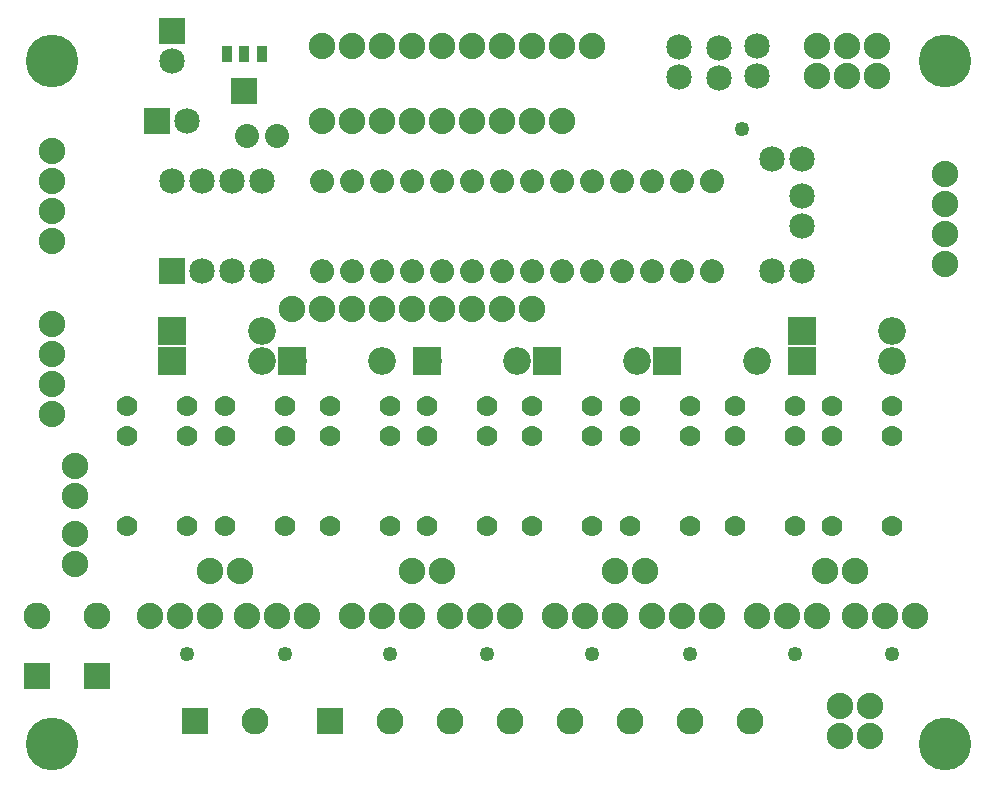
<source format=gts>
G04 MADE WITH FRITZING*
G04 WWW.FRITZING.ORG*
G04 DOUBLE SIDED*
G04 HOLES PLATED*
G04 CONTOUR ON CENTER OF CONTOUR VECTOR*
%ASAXBY*%
%FSLAX23Y23*%
%MOIN*%
%OFA0B0*%
%SFA1.0B1.0*%
%ADD10C,0.090000*%
%ADD11C,0.049370*%
%ADD12C,0.088000*%
%ADD13C,0.085000*%
%ADD14C,0.175354*%
%ADD15C,0.070000*%
%ADD16C,0.080000*%
%ADD17C,0.092000*%
%ADD18C,0.088007*%
%ADD19R,0.090000X0.090000*%
%ADD20R,0.085000X0.085000*%
%ADD21R,0.092000X0.092000*%
%ADD22R,0.032835X0.057244*%
%ADD23R,0.088740X0.088740*%
%ADD24R,0.001000X0.001000*%
%LNMASK1*%
G90*
G70*
G54D10*
X300Y393D03*
X300Y593D03*
X100Y393D03*
X100Y593D03*
G54D11*
X2625Y468D03*
X2950Y468D03*
X2275Y468D03*
X1950Y468D03*
X1600Y468D03*
X1275Y468D03*
X925Y468D03*
X600Y468D03*
G54D12*
X2825Y593D03*
X2925Y593D03*
X3025Y593D03*
X2500Y593D03*
X2600Y593D03*
X2700Y593D03*
X2150Y593D03*
X2250Y593D03*
X2350Y593D03*
X1825Y593D03*
X1925Y593D03*
X2025Y593D03*
X1475Y593D03*
X1575Y593D03*
X1675Y593D03*
X1150Y593D03*
X1250Y593D03*
X1350Y593D03*
X800Y593D03*
X900Y593D03*
X1000Y593D03*
X475Y593D03*
X575Y593D03*
X675Y593D03*
G54D10*
X1075Y243D03*
X1275Y243D03*
X1475Y243D03*
X1675Y243D03*
X1875Y243D03*
X2075Y243D03*
X2275Y243D03*
X2475Y243D03*
X625Y243D03*
X825Y243D03*
G54D12*
X2725Y743D03*
X2825Y743D03*
X2025Y743D03*
X2125Y743D03*
X1350Y743D03*
X1450Y743D03*
X675Y743D03*
X775Y743D03*
X225Y868D03*
X225Y768D03*
X225Y993D03*
X225Y1093D03*
X2775Y193D03*
X2775Y293D03*
X2875Y193D03*
X2875Y293D03*
G54D13*
X550Y2543D03*
X550Y2443D03*
X500Y2243D03*
X600Y2243D03*
G54D11*
X2450Y2218D03*
G54D14*
X3125Y168D03*
X150Y168D03*
X150Y2443D03*
X3125Y2443D03*
G54D15*
X2950Y893D03*
X2950Y1193D03*
X2950Y1293D03*
X2750Y1293D03*
X2750Y893D03*
X2750Y1193D03*
X2950Y893D03*
X2950Y1193D03*
X2950Y1293D03*
X2750Y1293D03*
X2750Y893D03*
X2750Y1193D03*
X2625Y893D03*
X2625Y1193D03*
X2625Y1293D03*
X2425Y1293D03*
X2425Y893D03*
X2425Y1193D03*
X2625Y893D03*
X2625Y1193D03*
X2625Y1293D03*
X2425Y1293D03*
X2425Y893D03*
X2425Y1193D03*
X2275Y893D03*
X2275Y1193D03*
X2275Y1293D03*
X2075Y1293D03*
X2075Y893D03*
X2075Y1193D03*
X2275Y893D03*
X2275Y1193D03*
X2275Y1293D03*
X2075Y1293D03*
X2075Y893D03*
X2075Y1193D03*
X1950Y893D03*
X1950Y1193D03*
X1950Y1293D03*
X1750Y1293D03*
X1750Y893D03*
X1750Y1193D03*
X1950Y893D03*
X1950Y1193D03*
X1950Y1293D03*
X1750Y1293D03*
X1750Y893D03*
X1750Y1193D03*
X1600Y893D03*
X1600Y1193D03*
X1600Y1293D03*
X1400Y1293D03*
X1400Y893D03*
X1400Y1193D03*
X1600Y893D03*
X1600Y1193D03*
X1600Y1293D03*
X1400Y1293D03*
X1400Y893D03*
X1400Y1193D03*
X1275Y893D03*
X1275Y1193D03*
X1275Y1293D03*
X1075Y1293D03*
X1075Y893D03*
X1075Y1193D03*
X1275Y893D03*
X1275Y1193D03*
X1275Y1293D03*
X1075Y1293D03*
X1075Y893D03*
X1075Y1193D03*
X925Y893D03*
X925Y1193D03*
X925Y1293D03*
X725Y1293D03*
X725Y893D03*
X725Y1193D03*
X925Y893D03*
X925Y1193D03*
X925Y1293D03*
X725Y1293D03*
X725Y893D03*
X725Y1193D03*
X600Y893D03*
X600Y1193D03*
X600Y1293D03*
X400Y1293D03*
X400Y893D03*
X400Y1193D03*
X600Y893D03*
X600Y1193D03*
X600Y1293D03*
X400Y1293D03*
X400Y893D03*
X400Y1193D03*
G54D13*
X550Y1743D03*
X550Y2043D03*
X650Y1743D03*
X650Y2043D03*
X750Y1743D03*
X750Y2043D03*
X850Y1743D03*
X850Y2043D03*
G54D16*
X900Y2193D03*
X800Y2193D03*
G54D13*
X2650Y1743D03*
X2550Y1743D03*
X2650Y1893D03*
X2650Y1993D03*
G54D17*
X2650Y1443D03*
X2948Y1443D03*
X2650Y1543D03*
X2948Y1543D03*
X2200Y1443D03*
X2498Y1443D03*
X1800Y1443D03*
X2098Y1443D03*
X1402Y1443D03*
X1700Y1443D03*
X952Y1443D03*
X1250Y1443D03*
X550Y1443D03*
X848Y1443D03*
X550Y1543D03*
X848Y1543D03*
G54D12*
X1950Y2493D03*
X1850Y2493D03*
X1750Y2493D03*
X1650Y2493D03*
X1550Y2493D03*
X1450Y2493D03*
X1350Y2493D03*
X1250Y2493D03*
X1150Y2493D03*
X1050Y2493D03*
G54D13*
X2550Y2118D03*
X2650Y2118D03*
G54D18*
X950Y1618D03*
X1050Y1618D03*
X1150Y1618D03*
X1250Y1618D03*
X1350Y1618D03*
X1450Y1618D03*
X1551Y1618D03*
X1651Y1618D03*
X1751Y1618D03*
X1850Y2243D03*
X1750Y2243D03*
X1650Y2243D03*
X1550Y2243D03*
X1450Y2243D03*
X1350Y2243D03*
X1250Y2243D03*
X1150Y2243D03*
X1050Y2243D03*
G54D13*
X2240Y2390D03*
X2240Y2490D03*
X2500Y2393D03*
X2500Y2493D03*
X2372Y2388D03*
X2372Y2488D03*
G54D12*
X2700Y2393D03*
X2800Y2393D03*
X2900Y2393D03*
X2700Y2393D03*
X2800Y2393D03*
X2900Y2393D03*
X2900Y2493D03*
X2800Y2493D03*
X2700Y2493D03*
X3125Y1768D03*
X3125Y1868D03*
X3125Y1968D03*
X3125Y2068D03*
X150Y1568D03*
X150Y1468D03*
X150Y1368D03*
X150Y1268D03*
X150Y2143D03*
X150Y2043D03*
X150Y1943D03*
X150Y1843D03*
G54D19*
X300Y393D03*
X100Y393D03*
X1075Y243D03*
X625Y243D03*
G54D20*
X550Y2543D03*
X500Y2243D03*
X550Y1743D03*
G54D21*
X2649Y1443D03*
X2649Y1543D03*
X2199Y1443D03*
X1799Y1443D03*
X1401Y1443D03*
X951Y1443D03*
X549Y1443D03*
X549Y1543D03*
G54D22*
X850Y2468D03*
X791Y2468D03*
X732Y2468D03*
G54D23*
X791Y2346D03*
G54D24*
X1045Y2083D02*
X1055Y2083D01*
X1145Y2083D02*
X1155Y2083D01*
X1245Y2083D02*
X1255Y2083D01*
X1345Y2083D02*
X1355Y2083D01*
X1445Y2083D02*
X1455Y2083D01*
X1545Y2083D02*
X1555Y2083D01*
X1645Y2083D02*
X1655Y2083D01*
X1745Y2083D02*
X1755Y2083D01*
X1845Y2083D02*
X1855Y2083D01*
X1945Y2083D02*
X1954Y2083D01*
X2045Y2083D02*
X2054Y2083D01*
X2145Y2083D02*
X2154Y2083D01*
X2245Y2083D02*
X2254Y2083D01*
X2344Y2083D02*
X2354Y2083D01*
X1040Y2082D02*
X1060Y2082D01*
X1140Y2082D02*
X1160Y2082D01*
X1240Y2082D02*
X1260Y2082D01*
X1340Y2082D02*
X1360Y2082D01*
X1440Y2082D02*
X1460Y2082D01*
X1540Y2082D02*
X1560Y2082D01*
X1640Y2082D02*
X1660Y2082D01*
X1740Y2082D02*
X1759Y2082D01*
X1840Y2082D02*
X1859Y2082D01*
X1940Y2082D02*
X1959Y2082D01*
X2040Y2082D02*
X2059Y2082D01*
X2140Y2082D02*
X2159Y2082D01*
X2240Y2082D02*
X2259Y2082D01*
X2340Y2082D02*
X2359Y2082D01*
X1037Y2081D02*
X1063Y2081D01*
X1136Y2081D02*
X1163Y2081D01*
X1236Y2081D02*
X1263Y2081D01*
X1336Y2081D02*
X1363Y2081D01*
X1436Y2081D02*
X1463Y2081D01*
X1536Y2081D02*
X1563Y2081D01*
X1636Y2081D02*
X1663Y2081D01*
X1736Y2081D02*
X1763Y2081D01*
X1836Y2081D02*
X1863Y2081D01*
X1936Y2081D02*
X1963Y2081D01*
X2036Y2081D02*
X2063Y2081D01*
X2136Y2081D02*
X2163Y2081D01*
X2236Y2081D02*
X2263Y2081D01*
X2336Y2081D02*
X2363Y2081D01*
X1034Y2080D02*
X1065Y2080D01*
X1134Y2080D02*
X1165Y2080D01*
X1234Y2080D02*
X1265Y2080D01*
X1334Y2080D02*
X1365Y2080D01*
X1434Y2080D02*
X1465Y2080D01*
X1534Y2080D02*
X1565Y2080D01*
X1634Y2080D02*
X1665Y2080D01*
X1734Y2080D02*
X1765Y2080D01*
X1834Y2080D02*
X1865Y2080D01*
X1934Y2080D02*
X1965Y2080D01*
X2034Y2080D02*
X2065Y2080D01*
X2134Y2080D02*
X2165Y2080D01*
X2234Y2080D02*
X2265Y2080D01*
X2334Y2080D02*
X2365Y2080D01*
X1032Y2079D02*
X1067Y2079D01*
X1132Y2079D02*
X1167Y2079D01*
X1232Y2079D02*
X1267Y2079D01*
X1332Y2079D02*
X1367Y2079D01*
X1432Y2079D02*
X1467Y2079D01*
X1532Y2079D02*
X1567Y2079D01*
X1632Y2079D02*
X1667Y2079D01*
X1732Y2079D02*
X1767Y2079D01*
X1832Y2079D02*
X1867Y2079D01*
X1932Y2079D02*
X1967Y2079D01*
X2032Y2079D02*
X2067Y2079D01*
X2132Y2079D02*
X2167Y2079D01*
X2232Y2079D02*
X2267Y2079D01*
X2332Y2079D02*
X2367Y2079D01*
X1030Y2078D02*
X1069Y2078D01*
X1130Y2078D02*
X1169Y2078D01*
X1230Y2078D02*
X1269Y2078D01*
X1330Y2078D02*
X1369Y2078D01*
X1430Y2078D02*
X1469Y2078D01*
X1530Y2078D02*
X1569Y2078D01*
X1630Y2078D02*
X1669Y2078D01*
X1730Y2078D02*
X1769Y2078D01*
X1830Y2078D02*
X1869Y2078D01*
X1930Y2078D02*
X1969Y2078D01*
X2030Y2078D02*
X2069Y2078D01*
X2130Y2078D02*
X2169Y2078D01*
X2230Y2078D02*
X2269Y2078D01*
X2330Y2078D02*
X2369Y2078D01*
X1029Y2077D02*
X1071Y2077D01*
X1129Y2077D02*
X1171Y2077D01*
X1229Y2077D02*
X1271Y2077D01*
X1329Y2077D02*
X1371Y2077D01*
X1428Y2077D02*
X1471Y2077D01*
X1528Y2077D02*
X1571Y2077D01*
X1628Y2077D02*
X1671Y2077D01*
X1728Y2077D02*
X1771Y2077D01*
X1828Y2077D02*
X1871Y2077D01*
X1928Y2077D02*
X1971Y2077D01*
X2028Y2077D02*
X2071Y2077D01*
X2128Y2077D02*
X2171Y2077D01*
X2228Y2077D02*
X2271Y2077D01*
X2328Y2077D02*
X2371Y2077D01*
X1027Y2076D02*
X1072Y2076D01*
X1127Y2076D02*
X1172Y2076D01*
X1227Y2076D02*
X1272Y2076D01*
X1327Y2076D02*
X1372Y2076D01*
X1427Y2076D02*
X1472Y2076D01*
X1527Y2076D02*
X1572Y2076D01*
X1627Y2076D02*
X1672Y2076D01*
X1727Y2076D02*
X1772Y2076D01*
X1827Y2076D02*
X1872Y2076D01*
X1927Y2076D02*
X1972Y2076D01*
X2027Y2076D02*
X2072Y2076D01*
X2127Y2076D02*
X2172Y2076D01*
X2227Y2076D02*
X2272Y2076D01*
X2327Y2076D02*
X2372Y2076D01*
X1026Y2075D02*
X1074Y2075D01*
X1126Y2075D02*
X1174Y2075D01*
X1226Y2075D02*
X1274Y2075D01*
X1326Y2075D02*
X1374Y2075D01*
X1426Y2075D02*
X1474Y2075D01*
X1526Y2075D02*
X1574Y2075D01*
X1626Y2075D02*
X1674Y2075D01*
X1726Y2075D02*
X1774Y2075D01*
X1826Y2075D02*
X1874Y2075D01*
X1926Y2075D02*
X1974Y2075D01*
X2026Y2075D02*
X2073Y2075D01*
X2126Y2075D02*
X2173Y2075D01*
X2225Y2075D02*
X2273Y2075D01*
X2325Y2075D02*
X2373Y2075D01*
X1024Y2074D02*
X1075Y2074D01*
X1124Y2074D02*
X1175Y2074D01*
X1224Y2074D02*
X1275Y2074D01*
X1324Y2074D02*
X1375Y2074D01*
X1424Y2074D02*
X1475Y2074D01*
X1524Y2074D02*
X1575Y2074D01*
X1624Y2074D02*
X1675Y2074D01*
X1724Y2074D02*
X1775Y2074D01*
X1824Y2074D02*
X1875Y2074D01*
X1924Y2074D02*
X1975Y2074D01*
X2024Y2074D02*
X2075Y2074D01*
X2124Y2074D02*
X2175Y2074D01*
X2224Y2074D02*
X2275Y2074D01*
X2324Y2074D02*
X2375Y2074D01*
X1023Y2073D02*
X1076Y2073D01*
X1123Y2073D02*
X1176Y2073D01*
X1223Y2073D02*
X1276Y2073D01*
X1323Y2073D02*
X1376Y2073D01*
X1423Y2073D02*
X1476Y2073D01*
X1523Y2073D02*
X1576Y2073D01*
X1623Y2073D02*
X1676Y2073D01*
X1723Y2073D02*
X1776Y2073D01*
X1823Y2073D02*
X1876Y2073D01*
X1923Y2073D02*
X1976Y2073D01*
X2023Y2073D02*
X2076Y2073D01*
X2123Y2073D02*
X2176Y2073D01*
X2223Y2073D02*
X2276Y2073D01*
X2323Y2073D02*
X2376Y2073D01*
X1022Y2072D02*
X1077Y2072D01*
X1122Y2072D02*
X1177Y2072D01*
X1222Y2072D02*
X1277Y2072D01*
X1322Y2072D02*
X1377Y2072D01*
X1422Y2072D02*
X1477Y2072D01*
X1522Y2072D02*
X1577Y2072D01*
X1622Y2072D02*
X1677Y2072D01*
X1722Y2072D02*
X1777Y2072D01*
X1822Y2072D02*
X1877Y2072D01*
X1922Y2072D02*
X1977Y2072D01*
X2022Y2072D02*
X2077Y2072D01*
X2122Y2072D02*
X2177Y2072D01*
X2222Y2072D02*
X2277Y2072D01*
X2322Y2072D02*
X2377Y2072D01*
X1021Y2071D02*
X1078Y2071D01*
X1121Y2071D02*
X1178Y2071D01*
X1221Y2071D02*
X1278Y2071D01*
X1321Y2071D02*
X1378Y2071D01*
X1421Y2071D02*
X1478Y2071D01*
X1521Y2071D02*
X1578Y2071D01*
X1621Y2071D02*
X1678Y2071D01*
X1721Y2071D02*
X1778Y2071D01*
X1821Y2071D02*
X1878Y2071D01*
X1921Y2071D02*
X1978Y2071D01*
X2021Y2071D02*
X2078Y2071D01*
X2121Y2071D02*
X2178Y2071D01*
X2221Y2071D02*
X2278Y2071D01*
X2321Y2071D02*
X2378Y2071D01*
X1020Y2070D02*
X1079Y2070D01*
X1120Y2070D02*
X1179Y2070D01*
X1220Y2070D02*
X1279Y2070D01*
X1320Y2070D02*
X1379Y2070D01*
X1420Y2070D02*
X1479Y2070D01*
X1520Y2070D02*
X1579Y2070D01*
X1620Y2070D02*
X1679Y2070D01*
X1720Y2070D02*
X1779Y2070D01*
X1820Y2070D02*
X1879Y2070D01*
X1920Y2070D02*
X1979Y2070D01*
X2020Y2070D02*
X2079Y2070D01*
X2120Y2070D02*
X2179Y2070D01*
X2220Y2070D02*
X2279Y2070D01*
X2320Y2070D02*
X2379Y2070D01*
X1019Y2069D02*
X1080Y2069D01*
X1119Y2069D02*
X1180Y2069D01*
X1219Y2069D02*
X1280Y2069D01*
X1319Y2069D02*
X1380Y2069D01*
X1419Y2069D02*
X1480Y2069D01*
X1519Y2069D02*
X1580Y2069D01*
X1619Y2069D02*
X1680Y2069D01*
X1719Y2069D02*
X1780Y2069D01*
X1819Y2069D02*
X1880Y2069D01*
X1919Y2069D02*
X1980Y2069D01*
X2019Y2069D02*
X2080Y2069D01*
X2119Y2069D02*
X2180Y2069D01*
X2219Y2069D02*
X2280Y2069D01*
X2319Y2069D02*
X2380Y2069D01*
X1019Y2068D02*
X1081Y2068D01*
X1119Y2068D02*
X1181Y2068D01*
X1219Y2068D02*
X1281Y2068D01*
X1319Y2068D02*
X1381Y2068D01*
X1419Y2068D02*
X1481Y2068D01*
X1519Y2068D02*
X1581Y2068D01*
X1619Y2068D02*
X1681Y2068D01*
X1719Y2068D02*
X1781Y2068D01*
X1819Y2068D02*
X1881Y2068D01*
X1919Y2068D02*
X1981Y2068D01*
X2019Y2068D02*
X2080Y2068D01*
X2118Y2068D02*
X2180Y2068D01*
X2218Y2068D02*
X2280Y2068D01*
X2318Y2068D02*
X2380Y2068D01*
X1018Y2067D02*
X1081Y2067D01*
X1118Y2067D02*
X1181Y2067D01*
X1218Y2067D02*
X1281Y2067D01*
X1318Y2067D02*
X1381Y2067D01*
X1418Y2067D02*
X1481Y2067D01*
X1518Y2067D02*
X1581Y2067D01*
X1618Y2067D02*
X1681Y2067D01*
X1718Y2067D02*
X1781Y2067D01*
X1818Y2067D02*
X1881Y2067D01*
X1918Y2067D02*
X1981Y2067D01*
X2018Y2067D02*
X2081Y2067D01*
X2118Y2067D02*
X2181Y2067D01*
X2218Y2067D02*
X2281Y2067D01*
X2318Y2067D02*
X2381Y2067D01*
X1017Y2066D02*
X1082Y2066D01*
X1117Y2066D02*
X1182Y2066D01*
X1217Y2066D02*
X1282Y2066D01*
X1317Y2066D02*
X1382Y2066D01*
X1417Y2066D02*
X1482Y2066D01*
X1517Y2066D02*
X1582Y2066D01*
X1617Y2066D02*
X1682Y2066D01*
X1717Y2066D02*
X1782Y2066D01*
X1817Y2066D02*
X1882Y2066D01*
X1917Y2066D02*
X1982Y2066D01*
X2017Y2066D02*
X2082Y2066D01*
X2117Y2066D02*
X2182Y2066D01*
X2217Y2066D02*
X2282Y2066D01*
X2317Y2066D02*
X2382Y2066D01*
X1017Y2065D02*
X1083Y2065D01*
X1117Y2065D02*
X1183Y2065D01*
X1217Y2065D02*
X1283Y2065D01*
X1317Y2065D02*
X1383Y2065D01*
X1417Y2065D02*
X1483Y2065D01*
X1517Y2065D02*
X1583Y2065D01*
X1616Y2065D02*
X1683Y2065D01*
X1716Y2065D02*
X1783Y2065D01*
X1816Y2065D02*
X1883Y2065D01*
X1916Y2065D02*
X1983Y2065D01*
X2016Y2065D02*
X2083Y2065D01*
X2116Y2065D02*
X2183Y2065D01*
X2216Y2065D02*
X2283Y2065D01*
X2316Y2065D02*
X2383Y2065D01*
X1016Y2064D02*
X1083Y2064D01*
X1116Y2064D02*
X1183Y2064D01*
X1216Y2064D02*
X1283Y2064D01*
X1316Y2064D02*
X1383Y2064D01*
X1416Y2064D02*
X1483Y2064D01*
X1516Y2064D02*
X1583Y2064D01*
X1616Y2064D02*
X1683Y2064D01*
X1716Y2064D02*
X1783Y2064D01*
X1816Y2064D02*
X1883Y2064D01*
X1916Y2064D02*
X1983Y2064D01*
X2016Y2064D02*
X2083Y2064D01*
X2116Y2064D02*
X2183Y2064D01*
X2216Y2064D02*
X2283Y2064D01*
X2316Y2064D02*
X2383Y2064D01*
X1015Y2063D02*
X1084Y2063D01*
X1115Y2063D02*
X1184Y2063D01*
X1215Y2063D02*
X1284Y2063D01*
X1315Y2063D02*
X1384Y2063D01*
X1415Y2063D02*
X1484Y2063D01*
X1515Y2063D02*
X1584Y2063D01*
X1615Y2063D02*
X1684Y2063D01*
X1715Y2063D02*
X1784Y2063D01*
X1815Y2063D02*
X1884Y2063D01*
X1915Y2063D02*
X1984Y2063D01*
X2015Y2063D02*
X2084Y2063D01*
X2115Y2063D02*
X2184Y2063D01*
X2215Y2063D02*
X2284Y2063D01*
X2315Y2063D02*
X2384Y2063D01*
X1015Y2062D02*
X1085Y2062D01*
X1115Y2062D02*
X1185Y2062D01*
X1215Y2062D02*
X1285Y2062D01*
X1315Y2062D02*
X1385Y2062D01*
X1415Y2062D02*
X1485Y2062D01*
X1515Y2062D02*
X1585Y2062D01*
X1615Y2062D02*
X1684Y2062D01*
X1715Y2062D02*
X1784Y2062D01*
X1815Y2062D02*
X1884Y2062D01*
X1915Y2062D02*
X1984Y2062D01*
X2015Y2062D02*
X2084Y2062D01*
X2115Y2062D02*
X2184Y2062D01*
X2215Y2062D02*
X2284Y2062D01*
X2315Y2062D02*
X2384Y2062D01*
X1014Y2061D02*
X1085Y2061D01*
X1114Y2061D02*
X1185Y2061D01*
X1214Y2061D02*
X1285Y2061D01*
X1314Y2061D02*
X1385Y2061D01*
X1414Y2061D02*
X1485Y2061D01*
X1514Y2061D02*
X1585Y2061D01*
X1614Y2061D02*
X1685Y2061D01*
X1714Y2061D02*
X1785Y2061D01*
X1814Y2061D02*
X1885Y2061D01*
X1914Y2061D02*
X1985Y2061D01*
X2014Y2061D02*
X2085Y2061D01*
X2114Y2061D02*
X2185Y2061D01*
X2214Y2061D02*
X2285Y2061D01*
X2314Y2061D02*
X2385Y2061D01*
X1014Y2060D02*
X1086Y2060D01*
X1114Y2060D02*
X1186Y2060D01*
X1214Y2060D02*
X1286Y2060D01*
X1314Y2060D02*
X1386Y2060D01*
X1414Y2060D02*
X1486Y2060D01*
X1514Y2060D02*
X1585Y2060D01*
X1614Y2060D02*
X1685Y2060D01*
X1714Y2060D02*
X1785Y2060D01*
X1814Y2060D02*
X1885Y2060D01*
X1914Y2060D02*
X1985Y2060D01*
X2014Y2060D02*
X2085Y2060D01*
X2114Y2060D02*
X2185Y2060D01*
X2214Y2060D02*
X2285Y2060D01*
X2314Y2060D02*
X2385Y2060D01*
X1013Y2059D02*
X1086Y2059D01*
X1113Y2059D02*
X1186Y2059D01*
X1213Y2059D02*
X1286Y2059D01*
X1313Y2059D02*
X1386Y2059D01*
X1413Y2059D02*
X1486Y2059D01*
X1513Y2059D02*
X1586Y2059D01*
X1613Y2059D02*
X1686Y2059D01*
X1713Y2059D02*
X1786Y2059D01*
X1813Y2059D02*
X1886Y2059D01*
X1913Y2059D02*
X1986Y2059D01*
X2013Y2059D02*
X2086Y2059D01*
X2113Y2059D02*
X2186Y2059D01*
X2213Y2059D02*
X2286Y2059D01*
X2313Y2059D02*
X2386Y2059D01*
X1013Y2058D02*
X1086Y2058D01*
X1113Y2058D02*
X1186Y2058D01*
X1213Y2058D02*
X1286Y2058D01*
X1313Y2058D02*
X1386Y2058D01*
X1413Y2058D02*
X1486Y2058D01*
X1513Y2058D02*
X1586Y2058D01*
X1613Y2058D02*
X1686Y2058D01*
X1713Y2058D02*
X1786Y2058D01*
X1813Y2058D02*
X1886Y2058D01*
X1913Y2058D02*
X1986Y2058D01*
X2013Y2058D02*
X2086Y2058D01*
X2113Y2058D02*
X2186Y2058D01*
X2213Y2058D02*
X2286Y2058D01*
X2313Y2058D02*
X2386Y2058D01*
X1013Y2057D02*
X1087Y2057D01*
X1113Y2057D02*
X1187Y2057D01*
X1213Y2057D02*
X1287Y2057D01*
X1313Y2057D02*
X1387Y2057D01*
X1413Y2057D02*
X1487Y2057D01*
X1513Y2057D02*
X1587Y2057D01*
X1613Y2057D02*
X1687Y2057D01*
X1712Y2057D02*
X1787Y2057D01*
X1812Y2057D02*
X1887Y2057D01*
X1912Y2057D02*
X1987Y2057D01*
X2012Y2057D02*
X2087Y2057D01*
X2112Y2057D02*
X2187Y2057D01*
X2212Y2057D02*
X2287Y2057D01*
X2312Y2057D02*
X2387Y2057D01*
X1012Y2056D02*
X1087Y2056D01*
X1112Y2056D02*
X1187Y2056D01*
X1212Y2056D02*
X1287Y2056D01*
X1312Y2056D02*
X1387Y2056D01*
X1412Y2056D02*
X1487Y2056D01*
X1512Y2056D02*
X1587Y2056D01*
X1612Y2056D02*
X1687Y2056D01*
X1712Y2056D02*
X1787Y2056D01*
X1812Y2056D02*
X1887Y2056D01*
X1912Y2056D02*
X1987Y2056D01*
X2012Y2056D02*
X2087Y2056D01*
X2112Y2056D02*
X2187Y2056D01*
X2212Y2056D02*
X2287Y2056D01*
X2312Y2056D02*
X2387Y2056D01*
X1012Y2055D02*
X1087Y2055D01*
X1112Y2055D02*
X1187Y2055D01*
X1212Y2055D02*
X1287Y2055D01*
X1312Y2055D02*
X1387Y2055D01*
X1412Y2055D02*
X1487Y2055D01*
X1512Y2055D02*
X1587Y2055D01*
X1612Y2055D02*
X1687Y2055D01*
X1712Y2055D02*
X1787Y2055D01*
X1812Y2055D02*
X1887Y2055D01*
X1912Y2055D02*
X1987Y2055D01*
X2012Y2055D02*
X2087Y2055D01*
X2112Y2055D02*
X2187Y2055D01*
X2212Y2055D02*
X2287Y2055D01*
X2312Y2055D02*
X2387Y2055D01*
X1012Y2054D02*
X1088Y2054D01*
X1112Y2054D02*
X1188Y2054D01*
X1212Y2054D02*
X1288Y2054D01*
X1312Y2054D02*
X1388Y2054D01*
X1412Y2054D02*
X1488Y2054D01*
X1512Y2054D02*
X1588Y2054D01*
X1612Y2054D02*
X1688Y2054D01*
X1712Y2054D02*
X1788Y2054D01*
X1812Y2054D02*
X1888Y2054D01*
X1912Y2054D02*
X1988Y2054D01*
X2012Y2054D02*
X2087Y2054D01*
X2111Y2054D02*
X2187Y2054D01*
X2211Y2054D02*
X2287Y2054D01*
X2311Y2054D02*
X2387Y2054D01*
X1011Y2053D02*
X1088Y2053D01*
X1111Y2053D02*
X1188Y2053D01*
X1211Y2053D02*
X1288Y2053D01*
X1311Y2053D02*
X1388Y2053D01*
X1411Y2053D02*
X1488Y2053D01*
X1511Y2053D02*
X1588Y2053D01*
X1611Y2053D02*
X1688Y2053D01*
X1711Y2053D02*
X1788Y2053D01*
X1811Y2053D02*
X1888Y2053D01*
X1911Y2053D02*
X1988Y2053D01*
X2011Y2053D02*
X2088Y2053D01*
X2111Y2053D02*
X2188Y2053D01*
X2211Y2053D02*
X2288Y2053D01*
X2311Y2053D02*
X2388Y2053D01*
X1011Y2052D02*
X1088Y2052D01*
X1111Y2052D02*
X1188Y2052D01*
X1211Y2052D02*
X1288Y2052D01*
X1311Y2052D02*
X1388Y2052D01*
X1411Y2052D02*
X1488Y2052D01*
X1511Y2052D02*
X1588Y2052D01*
X1611Y2052D02*
X1688Y2052D01*
X1711Y2052D02*
X1788Y2052D01*
X1811Y2052D02*
X1888Y2052D01*
X1911Y2052D02*
X1988Y2052D01*
X2011Y2052D02*
X2088Y2052D01*
X2111Y2052D02*
X2188Y2052D01*
X2211Y2052D02*
X2288Y2052D01*
X2311Y2052D02*
X2388Y2052D01*
X1011Y2051D02*
X1088Y2051D01*
X1111Y2051D02*
X1188Y2051D01*
X1211Y2051D02*
X1288Y2051D01*
X1311Y2051D02*
X1388Y2051D01*
X1411Y2051D02*
X1488Y2051D01*
X1511Y2051D02*
X1588Y2051D01*
X1611Y2051D02*
X1688Y2051D01*
X1711Y2051D02*
X1788Y2051D01*
X1811Y2051D02*
X1888Y2051D01*
X1911Y2051D02*
X1988Y2051D01*
X2011Y2051D02*
X2088Y2051D01*
X2111Y2051D02*
X2188Y2051D01*
X2211Y2051D02*
X2288Y2051D01*
X2311Y2051D02*
X2388Y2051D01*
X1011Y2050D02*
X1089Y2050D01*
X1111Y2050D02*
X1189Y2050D01*
X1211Y2050D02*
X1289Y2050D01*
X1311Y2050D02*
X1389Y2050D01*
X1411Y2050D02*
X1488Y2050D01*
X1511Y2050D02*
X1588Y2050D01*
X1611Y2050D02*
X1688Y2050D01*
X1711Y2050D02*
X1788Y2050D01*
X1811Y2050D02*
X1888Y2050D01*
X1911Y2050D02*
X1988Y2050D01*
X2011Y2050D02*
X2088Y2050D01*
X2111Y2050D02*
X2188Y2050D01*
X2211Y2050D02*
X2288Y2050D01*
X2311Y2050D02*
X2388Y2050D01*
X1011Y2049D02*
X1089Y2049D01*
X1111Y2049D02*
X1189Y2049D01*
X1211Y2049D02*
X1289Y2049D01*
X1311Y2049D02*
X1389Y2049D01*
X1411Y2049D02*
X1489Y2049D01*
X1511Y2049D02*
X1589Y2049D01*
X1611Y2049D02*
X1689Y2049D01*
X1711Y2049D02*
X1789Y2049D01*
X1811Y2049D02*
X1889Y2049D01*
X1911Y2049D02*
X1989Y2049D01*
X2010Y2049D02*
X2089Y2049D01*
X2110Y2049D02*
X2188Y2049D01*
X2210Y2049D02*
X2288Y2049D01*
X2310Y2049D02*
X2388Y2049D01*
X1011Y2048D02*
X1089Y2048D01*
X1111Y2048D02*
X1189Y2048D01*
X1211Y2048D02*
X1289Y2048D01*
X1310Y2048D02*
X1389Y2048D01*
X1410Y2048D02*
X1489Y2048D01*
X1510Y2048D02*
X1589Y2048D01*
X1610Y2048D02*
X1689Y2048D01*
X1710Y2048D02*
X1789Y2048D01*
X1810Y2048D02*
X1889Y2048D01*
X1910Y2048D02*
X1989Y2048D01*
X2010Y2048D02*
X2089Y2048D01*
X2110Y2048D02*
X2189Y2048D01*
X2210Y2048D02*
X2289Y2048D01*
X2310Y2048D02*
X2389Y2048D01*
X1010Y2047D02*
X1089Y2047D01*
X1110Y2047D02*
X1189Y2047D01*
X1210Y2047D02*
X1289Y2047D01*
X1310Y2047D02*
X1389Y2047D01*
X1410Y2047D02*
X1489Y2047D01*
X1510Y2047D02*
X1589Y2047D01*
X1610Y2047D02*
X1689Y2047D01*
X1710Y2047D02*
X1789Y2047D01*
X1810Y2047D02*
X1889Y2047D01*
X1910Y2047D02*
X1989Y2047D01*
X2010Y2047D02*
X2089Y2047D01*
X2110Y2047D02*
X2189Y2047D01*
X2210Y2047D02*
X2289Y2047D01*
X2310Y2047D02*
X2389Y2047D01*
X1010Y2046D02*
X1089Y2046D01*
X1110Y2046D02*
X1189Y2046D01*
X1210Y2046D02*
X1289Y2046D01*
X1310Y2046D02*
X1389Y2046D01*
X1410Y2046D02*
X1489Y2046D01*
X1510Y2046D02*
X1589Y2046D01*
X1610Y2046D02*
X1689Y2046D01*
X1710Y2046D02*
X1789Y2046D01*
X1810Y2046D02*
X1889Y2046D01*
X1910Y2046D02*
X1989Y2046D01*
X2010Y2046D02*
X2089Y2046D01*
X2110Y2046D02*
X2189Y2046D01*
X2210Y2046D02*
X2289Y2046D01*
X2310Y2046D02*
X2389Y2046D01*
X1010Y2045D02*
X1089Y2045D01*
X1110Y2045D02*
X1189Y2045D01*
X1210Y2045D02*
X1289Y2045D01*
X1310Y2045D02*
X1389Y2045D01*
X1410Y2045D02*
X1489Y2045D01*
X1510Y2045D02*
X1589Y2045D01*
X1610Y2045D02*
X1689Y2045D01*
X1710Y2045D02*
X1789Y2045D01*
X1810Y2045D02*
X1889Y2045D01*
X1910Y2045D02*
X1989Y2045D01*
X2010Y2045D02*
X2089Y2045D01*
X2110Y2045D02*
X2189Y2045D01*
X2210Y2045D02*
X2289Y2045D01*
X2310Y2045D02*
X2389Y2045D01*
X1010Y2044D02*
X1089Y2044D01*
X1110Y2044D02*
X1189Y2044D01*
X1210Y2044D02*
X1289Y2044D01*
X1310Y2044D02*
X1389Y2044D01*
X1410Y2044D02*
X1489Y2044D01*
X1510Y2044D02*
X1589Y2044D01*
X1610Y2044D02*
X1689Y2044D01*
X1710Y2044D02*
X1789Y2044D01*
X1810Y2044D02*
X1889Y2044D01*
X1910Y2044D02*
X1989Y2044D01*
X2010Y2044D02*
X2089Y2044D01*
X2110Y2044D02*
X2189Y2044D01*
X2210Y2044D02*
X2289Y2044D01*
X2310Y2044D02*
X2389Y2044D01*
X1010Y2043D02*
X1089Y2043D01*
X1110Y2043D02*
X1189Y2043D01*
X1210Y2043D02*
X1289Y2043D01*
X1310Y2043D02*
X1389Y2043D01*
X1410Y2043D02*
X1489Y2043D01*
X1510Y2043D02*
X1589Y2043D01*
X1610Y2043D02*
X1689Y2043D01*
X1710Y2043D02*
X1789Y2043D01*
X1810Y2043D02*
X1889Y2043D01*
X1910Y2043D02*
X1989Y2043D01*
X2010Y2043D02*
X2089Y2043D01*
X2110Y2043D02*
X2189Y2043D01*
X2210Y2043D02*
X2289Y2043D01*
X2310Y2043D02*
X2389Y2043D01*
X1010Y2042D02*
X1089Y2042D01*
X1110Y2042D02*
X1189Y2042D01*
X1210Y2042D02*
X1289Y2042D01*
X1310Y2042D02*
X1389Y2042D01*
X1410Y2042D02*
X1489Y2042D01*
X1510Y2042D02*
X1589Y2042D01*
X1610Y2042D02*
X1689Y2042D01*
X1710Y2042D02*
X1789Y2042D01*
X1810Y2042D02*
X1889Y2042D01*
X1910Y2042D02*
X1989Y2042D01*
X2010Y2042D02*
X2089Y2042D01*
X2110Y2042D02*
X2189Y2042D01*
X2210Y2042D02*
X2289Y2042D01*
X2310Y2042D02*
X2389Y2042D01*
X1010Y2041D02*
X1089Y2041D01*
X1110Y2041D02*
X1189Y2041D01*
X1210Y2041D02*
X1289Y2041D01*
X1310Y2041D02*
X1389Y2041D01*
X1410Y2041D02*
X1489Y2041D01*
X1510Y2041D02*
X1589Y2041D01*
X1610Y2041D02*
X1689Y2041D01*
X1710Y2041D02*
X1789Y2041D01*
X1810Y2041D02*
X1889Y2041D01*
X1910Y2041D02*
X1989Y2041D01*
X2010Y2041D02*
X2089Y2041D01*
X2110Y2041D02*
X2189Y2041D01*
X2210Y2041D02*
X2289Y2041D01*
X2310Y2041D02*
X2389Y2041D01*
X1010Y2040D02*
X1089Y2040D01*
X1110Y2040D02*
X1189Y2040D01*
X1210Y2040D02*
X1289Y2040D01*
X1310Y2040D02*
X1389Y2040D01*
X1410Y2040D02*
X1489Y2040D01*
X1510Y2040D02*
X1589Y2040D01*
X1610Y2040D02*
X1689Y2040D01*
X1710Y2040D02*
X1789Y2040D01*
X1810Y2040D02*
X1889Y2040D01*
X1910Y2040D02*
X1989Y2040D01*
X2010Y2040D02*
X2089Y2040D01*
X2110Y2040D02*
X2189Y2040D01*
X2210Y2040D02*
X2289Y2040D01*
X2310Y2040D02*
X2389Y2040D01*
X1011Y2039D02*
X1089Y2039D01*
X1111Y2039D02*
X1189Y2039D01*
X1211Y2039D02*
X1289Y2039D01*
X1310Y2039D02*
X1389Y2039D01*
X1410Y2039D02*
X1489Y2039D01*
X1510Y2039D02*
X1589Y2039D01*
X1610Y2039D02*
X1689Y2039D01*
X1710Y2039D02*
X1789Y2039D01*
X1810Y2039D02*
X1889Y2039D01*
X1910Y2039D02*
X1989Y2039D01*
X2010Y2039D02*
X2089Y2039D01*
X2110Y2039D02*
X2189Y2039D01*
X2210Y2039D02*
X2289Y2039D01*
X2310Y2039D02*
X2389Y2039D01*
X1011Y2038D02*
X1089Y2038D01*
X1111Y2038D02*
X1189Y2038D01*
X1211Y2038D02*
X1289Y2038D01*
X1311Y2038D02*
X1389Y2038D01*
X1411Y2038D02*
X1489Y2038D01*
X1511Y2038D02*
X1589Y2038D01*
X1611Y2038D02*
X1689Y2038D01*
X1711Y2038D02*
X1789Y2038D01*
X1811Y2038D02*
X1889Y2038D01*
X1911Y2038D02*
X1989Y2038D01*
X2010Y2038D02*
X2089Y2038D01*
X2110Y2038D02*
X2188Y2038D01*
X2210Y2038D02*
X2288Y2038D01*
X2310Y2038D02*
X2388Y2038D01*
X1011Y2037D02*
X1089Y2037D01*
X1111Y2037D02*
X1189Y2037D01*
X1211Y2037D02*
X1289Y2037D01*
X1311Y2037D02*
X1389Y2037D01*
X1411Y2037D02*
X1488Y2037D01*
X1511Y2037D02*
X1588Y2037D01*
X1611Y2037D02*
X1688Y2037D01*
X1711Y2037D02*
X1788Y2037D01*
X1811Y2037D02*
X1888Y2037D01*
X1911Y2037D02*
X1988Y2037D01*
X2011Y2037D02*
X2088Y2037D01*
X2111Y2037D02*
X2188Y2037D01*
X2211Y2037D02*
X2288Y2037D01*
X2311Y2037D02*
X2388Y2037D01*
X1011Y2036D02*
X1088Y2036D01*
X1111Y2036D02*
X1188Y2036D01*
X1211Y2036D02*
X1288Y2036D01*
X1311Y2036D02*
X1388Y2036D01*
X1411Y2036D02*
X1488Y2036D01*
X1511Y2036D02*
X1588Y2036D01*
X1611Y2036D02*
X1688Y2036D01*
X1711Y2036D02*
X1788Y2036D01*
X1811Y2036D02*
X1888Y2036D01*
X1911Y2036D02*
X1988Y2036D01*
X2011Y2036D02*
X2088Y2036D01*
X2111Y2036D02*
X2188Y2036D01*
X2211Y2036D02*
X2288Y2036D01*
X2311Y2036D02*
X2388Y2036D01*
X1011Y2035D02*
X1088Y2035D01*
X1111Y2035D02*
X1188Y2035D01*
X1211Y2035D02*
X1288Y2035D01*
X1311Y2035D02*
X1388Y2035D01*
X1411Y2035D02*
X1488Y2035D01*
X1511Y2035D02*
X1588Y2035D01*
X1611Y2035D02*
X1688Y2035D01*
X1711Y2035D02*
X1788Y2035D01*
X1811Y2035D02*
X1888Y2035D01*
X1911Y2035D02*
X1988Y2035D01*
X2011Y2035D02*
X2088Y2035D01*
X2111Y2035D02*
X2188Y2035D01*
X2211Y2035D02*
X2288Y2035D01*
X2311Y2035D02*
X2388Y2035D01*
X1011Y2034D02*
X1088Y2034D01*
X1111Y2034D02*
X1188Y2034D01*
X1211Y2034D02*
X1288Y2034D01*
X1311Y2034D02*
X1388Y2034D01*
X1411Y2034D02*
X1488Y2034D01*
X1511Y2034D02*
X1588Y2034D01*
X1611Y2034D02*
X1688Y2034D01*
X1711Y2034D02*
X1788Y2034D01*
X1811Y2034D02*
X1888Y2034D01*
X1911Y2034D02*
X1988Y2034D01*
X2011Y2034D02*
X2088Y2034D01*
X2111Y2034D02*
X2188Y2034D01*
X2211Y2034D02*
X2288Y2034D01*
X2311Y2034D02*
X2388Y2034D01*
X1012Y2033D02*
X1088Y2033D01*
X1112Y2033D02*
X1188Y2033D01*
X1212Y2033D02*
X1288Y2033D01*
X1312Y2033D02*
X1388Y2033D01*
X1412Y2033D02*
X1488Y2033D01*
X1512Y2033D02*
X1588Y2033D01*
X1612Y2033D02*
X1688Y2033D01*
X1712Y2033D02*
X1788Y2033D01*
X1812Y2033D02*
X1888Y2033D01*
X1912Y2033D02*
X1988Y2033D01*
X2012Y2033D02*
X2087Y2033D01*
X2111Y2033D02*
X2187Y2033D01*
X2211Y2033D02*
X2287Y2033D01*
X2311Y2033D02*
X2387Y2033D01*
X1012Y2032D02*
X1087Y2032D01*
X1112Y2032D02*
X1187Y2032D01*
X1212Y2032D02*
X1287Y2032D01*
X1312Y2032D02*
X1387Y2032D01*
X1412Y2032D02*
X1487Y2032D01*
X1512Y2032D02*
X1587Y2032D01*
X1612Y2032D02*
X1687Y2032D01*
X1712Y2032D02*
X1787Y2032D01*
X1812Y2032D02*
X1887Y2032D01*
X1912Y2032D02*
X1987Y2032D01*
X2012Y2032D02*
X2087Y2032D01*
X2112Y2032D02*
X2187Y2032D01*
X2212Y2032D02*
X2287Y2032D01*
X2312Y2032D02*
X2387Y2032D01*
X1012Y2031D02*
X1087Y2031D01*
X1112Y2031D02*
X1187Y2031D01*
X1212Y2031D02*
X1287Y2031D01*
X1312Y2031D02*
X1387Y2031D01*
X1412Y2031D02*
X1487Y2031D01*
X1512Y2031D02*
X1587Y2031D01*
X1612Y2031D02*
X1687Y2031D01*
X1712Y2031D02*
X1787Y2031D01*
X1812Y2031D02*
X1887Y2031D01*
X1912Y2031D02*
X1987Y2031D01*
X2012Y2031D02*
X2087Y2031D01*
X2112Y2031D02*
X2187Y2031D01*
X2212Y2031D02*
X2287Y2031D01*
X2312Y2031D02*
X2387Y2031D01*
X1013Y2030D02*
X1087Y2030D01*
X1113Y2030D02*
X1187Y2030D01*
X1213Y2030D02*
X1287Y2030D01*
X1313Y2030D02*
X1387Y2030D01*
X1413Y2030D02*
X1487Y2030D01*
X1513Y2030D02*
X1587Y2030D01*
X1613Y2030D02*
X1687Y2030D01*
X1712Y2030D02*
X1787Y2030D01*
X1812Y2030D02*
X1887Y2030D01*
X1912Y2030D02*
X1987Y2030D01*
X2012Y2030D02*
X2087Y2030D01*
X2112Y2030D02*
X2187Y2030D01*
X2212Y2030D02*
X2287Y2030D01*
X2312Y2030D02*
X2387Y2030D01*
X1013Y2029D02*
X1086Y2029D01*
X1113Y2029D02*
X1186Y2029D01*
X1213Y2029D02*
X1286Y2029D01*
X1313Y2029D02*
X1386Y2029D01*
X1413Y2029D02*
X1486Y2029D01*
X1513Y2029D02*
X1586Y2029D01*
X1613Y2029D02*
X1686Y2029D01*
X1713Y2029D02*
X1786Y2029D01*
X1813Y2029D02*
X1886Y2029D01*
X1913Y2029D02*
X1986Y2029D01*
X2013Y2029D02*
X2086Y2029D01*
X2113Y2029D02*
X2186Y2029D01*
X2213Y2029D02*
X2286Y2029D01*
X2313Y2029D02*
X2386Y2029D01*
X1013Y2028D02*
X1086Y2028D01*
X1113Y2028D02*
X1186Y2028D01*
X1213Y2028D02*
X1286Y2028D01*
X1313Y2028D02*
X1386Y2028D01*
X1413Y2028D02*
X1486Y2028D01*
X1513Y2028D02*
X1586Y2028D01*
X1613Y2028D02*
X1686Y2028D01*
X1713Y2028D02*
X1786Y2028D01*
X1813Y2028D02*
X1886Y2028D01*
X1913Y2028D02*
X1986Y2028D01*
X2013Y2028D02*
X2086Y2028D01*
X2113Y2028D02*
X2186Y2028D01*
X2213Y2028D02*
X2286Y2028D01*
X2313Y2028D02*
X2386Y2028D01*
X1014Y2027D02*
X1086Y2027D01*
X1114Y2027D02*
X1186Y2027D01*
X1214Y2027D02*
X1286Y2027D01*
X1314Y2027D02*
X1386Y2027D01*
X1414Y2027D02*
X1486Y2027D01*
X1514Y2027D02*
X1585Y2027D01*
X1614Y2027D02*
X1685Y2027D01*
X1714Y2027D02*
X1785Y2027D01*
X1814Y2027D02*
X1885Y2027D01*
X1914Y2027D02*
X1985Y2027D01*
X2014Y2027D02*
X2085Y2027D01*
X2114Y2027D02*
X2185Y2027D01*
X2214Y2027D02*
X2285Y2027D01*
X2314Y2027D02*
X2385Y2027D01*
X1014Y2026D02*
X1085Y2026D01*
X1114Y2026D02*
X1185Y2026D01*
X1214Y2026D02*
X1285Y2026D01*
X1314Y2026D02*
X1385Y2026D01*
X1414Y2026D02*
X1485Y2026D01*
X1514Y2026D02*
X1585Y2026D01*
X1614Y2026D02*
X1685Y2026D01*
X1714Y2026D02*
X1785Y2026D01*
X1814Y2026D02*
X1885Y2026D01*
X1914Y2026D02*
X1985Y2026D01*
X2014Y2026D02*
X2085Y2026D01*
X2114Y2026D02*
X2185Y2026D01*
X2214Y2026D02*
X2285Y2026D01*
X2314Y2026D02*
X2385Y2026D01*
X1015Y2025D02*
X1085Y2025D01*
X1115Y2025D02*
X1185Y2025D01*
X1215Y2025D02*
X1285Y2025D01*
X1315Y2025D02*
X1385Y2025D01*
X1415Y2025D02*
X1485Y2025D01*
X1515Y2025D02*
X1585Y2025D01*
X1615Y2025D02*
X1684Y2025D01*
X1715Y2025D02*
X1784Y2025D01*
X1815Y2025D02*
X1884Y2025D01*
X1915Y2025D02*
X1984Y2025D01*
X2015Y2025D02*
X2084Y2025D01*
X2115Y2025D02*
X2184Y2025D01*
X2215Y2025D02*
X2284Y2025D01*
X2315Y2025D02*
X2384Y2025D01*
X1015Y2024D02*
X1084Y2024D01*
X1115Y2024D02*
X1184Y2024D01*
X1215Y2024D02*
X1284Y2024D01*
X1315Y2024D02*
X1384Y2024D01*
X1415Y2024D02*
X1484Y2024D01*
X1515Y2024D02*
X1584Y2024D01*
X1615Y2024D02*
X1684Y2024D01*
X1715Y2024D02*
X1784Y2024D01*
X1815Y2024D02*
X1884Y2024D01*
X1915Y2024D02*
X1984Y2024D01*
X2015Y2024D02*
X2084Y2024D01*
X2115Y2024D02*
X2184Y2024D01*
X2215Y2024D02*
X2284Y2024D01*
X2315Y2024D02*
X2384Y2024D01*
X1016Y2023D02*
X1083Y2023D01*
X1116Y2023D02*
X1183Y2023D01*
X1216Y2023D02*
X1283Y2023D01*
X1316Y2023D02*
X1383Y2023D01*
X1416Y2023D02*
X1483Y2023D01*
X1516Y2023D02*
X1583Y2023D01*
X1616Y2023D02*
X1683Y2023D01*
X1716Y2023D02*
X1783Y2023D01*
X1816Y2023D02*
X1883Y2023D01*
X1916Y2023D02*
X1983Y2023D01*
X2016Y2023D02*
X2083Y2023D01*
X2116Y2023D02*
X2183Y2023D01*
X2216Y2023D02*
X2283Y2023D01*
X2316Y2023D02*
X2383Y2023D01*
X1017Y2022D02*
X1083Y2022D01*
X1117Y2022D02*
X1183Y2022D01*
X1217Y2022D02*
X1283Y2022D01*
X1317Y2022D02*
X1383Y2022D01*
X1417Y2022D02*
X1483Y2022D01*
X1516Y2022D02*
X1583Y2022D01*
X1616Y2022D02*
X1683Y2022D01*
X1716Y2022D02*
X1783Y2022D01*
X1816Y2022D02*
X1883Y2022D01*
X1916Y2022D02*
X1983Y2022D01*
X2016Y2022D02*
X2083Y2022D01*
X2116Y2022D02*
X2183Y2022D01*
X2216Y2022D02*
X2283Y2022D01*
X2316Y2022D02*
X2383Y2022D01*
X1017Y2021D02*
X1082Y2021D01*
X1117Y2021D02*
X1182Y2021D01*
X1217Y2021D02*
X1282Y2021D01*
X1317Y2021D02*
X1382Y2021D01*
X1417Y2021D02*
X1482Y2021D01*
X1517Y2021D02*
X1582Y2021D01*
X1617Y2021D02*
X1682Y2021D01*
X1717Y2021D02*
X1782Y2021D01*
X1817Y2021D02*
X1882Y2021D01*
X1917Y2021D02*
X1982Y2021D01*
X2017Y2021D02*
X2082Y2021D01*
X2117Y2021D02*
X2182Y2021D01*
X2217Y2021D02*
X2282Y2021D01*
X2317Y2021D02*
X2382Y2021D01*
X1018Y2020D02*
X1081Y2020D01*
X1118Y2020D02*
X1181Y2020D01*
X1218Y2020D02*
X1281Y2020D01*
X1318Y2020D02*
X1381Y2020D01*
X1418Y2020D02*
X1481Y2020D01*
X1518Y2020D02*
X1581Y2020D01*
X1618Y2020D02*
X1681Y2020D01*
X1718Y2020D02*
X1781Y2020D01*
X1818Y2020D02*
X1881Y2020D01*
X1918Y2020D02*
X1981Y2020D01*
X2018Y2020D02*
X2081Y2020D01*
X2118Y2020D02*
X2181Y2020D01*
X2218Y2020D02*
X2281Y2020D01*
X2318Y2020D02*
X2381Y2020D01*
X1019Y2019D02*
X1081Y2019D01*
X1119Y2019D02*
X1181Y2019D01*
X1219Y2019D02*
X1281Y2019D01*
X1319Y2019D02*
X1381Y2019D01*
X1419Y2019D02*
X1481Y2019D01*
X1519Y2019D02*
X1581Y2019D01*
X1619Y2019D02*
X1681Y2019D01*
X1719Y2019D02*
X1781Y2019D01*
X1819Y2019D02*
X1881Y2019D01*
X1919Y2019D02*
X1981Y2019D01*
X2018Y2019D02*
X2080Y2019D01*
X2118Y2019D02*
X2180Y2019D01*
X2218Y2019D02*
X2280Y2019D01*
X2318Y2019D02*
X2380Y2019D01*
X1019Y2018D02*
X1080Y2018D01*
X1119Y2018D02*
X1180Y2018D01*
X1219Y2018D02*
X1280Y2018D01*
X1319Y2018D02*
X1380Y2018D01*
X1419Y2018D02*
X1480Y2018D01*
X1519Y2018D02*
X1580Y2018D01*
X1619Y2018D02*
X1680Y2018D01*
X1719Y2018D02*
X1780Y2018D01*
X1819Y2018D02*
X1880Y2018D01*
X1919Y2018D02*
X1980Y2018D01*
X2019Y2018D02*
X2080Y2018D01*
X2119Y2018D02*
X2180Y2018D01*
X2219Y2018D02*
X2280Y2018D01*
X2319Y2018D02*
X2380Y2018D01*
X1020Y2017D02*
X1079Y2017D01*
X1120Y2017D02*
X1179Y2017D01*
X1220Y2017D02*
X1279Y2017D01*
X1320Y2017D02*
X1379Y2017D01*
X1420Y2017D02*
X1479Y2017D01*
X1520Y2017D02*
X1579Y2017D01*
X1620Y2017D02*
X1679Y2017D01*
X1720Y2017D02*
X1779Y2017D01*
X1820Y2017D02*
X1879Y2017D01*
X1920Y2017D02*
X1979Y2017D01*
X2020Y2017D02*
X2079Y2017D01*
X2120Y2017D02*
X2179Y2017D01*
X2220Y2017D02*
X2279Y2017D01*
X2320Y2017D02*
X2379Y2017D01*
X1021Y2016D02*
X1078Y2016D01*
X1121Y2016D02*
X1178Y2016D01*
X1221Y2016D02*
X1278Y2016D01*
X1321Y2016D02*
X1378Y2016D01*
X1421Y2016D02*
X1478Y2016D01*
X1521Y2016D02*
X1578Y2016D01*
X1621Y2016D02*
X1678Y2016D01*
X1721Y2016D02*
X1778Y2016D01*
X1821Y2016D02*
X1878Y2016D01*
X1921Y2016D02*
X1978Y2016D01*
X2021Y2016D02*
X2078Y2016D01*
X2121Y2016D02*
X2178Y2016D01*
X2221Y2016D02*
X2278Y2016D01*
X2321Y2016D02*
X2378Y2016D01*
X1022Y2015D02*
X1077Y2015D01*
X1122Y2015D02*
X1177Y2015D01*
X1222Y2015D02*
X1277Y2015D01*
X1322Y2015D02*
X1377Y2015D01*
X1422Y2015D02*
X1477Y2015D01*
X1522Y2015D02*
X1577Y2015D01*
X1622Y2015D02*
X1677Y2015D01*
X1722Y2015D02*
X1777Y2015D01*
X1822Y2015D02*
X1877Y2015D01*
X1922Y2015D02*
X1977Y2015D01*
X2022Y2015D02*
X2077Y2015D01*
X2122Y2015D02*
X2177Y2015D01*
X2222Y2015D02*
X2277Y2015D01*
X2322Y2015D02*
X2377Y2015D01*
X1023Y2014D02*
X1076Y2014D01*
X1123Y2014D02*
X1176Y2014D01*
X1223Y2014D02*
X1276Y2014D01*
X1323Y2014D02*
X1376Y2014D01*
X1423Y2014D02*
X1476Y2014D01*
X1523Y2014D02*
X1576Y2014D01*
X1623Y2014D02*
X1676Y2014D01*
X1723Y2014D02*
X1776Y2014D01*
X1823Y2014D02*
X1876Y2014D01*
X1923Y2014D02*
X1976Y2014D01*
X2023Y2014D02*
X2076Y2014D01*
X2123Y2014D02*
X2176Y2014D01*
X2223Y2014D02*
X2276Y2014D01*
X2323Y2014D02*
X2376Y2014D01*
X1024Y2013D02*
X1075Y2013D01*
X1124Y2013D02*
X1175Y2013D01*
X1224Y2013D02*
X1275Y2013D01*
X1324Y2013D02*
X1375Y2013D01*
X1424Y2013D02*
X1475Y2013D01*
X1524Y2013D02*
X1575Y2013D01*
X1624Y2013D02*
X1675Y2013D01*
X1724Y2013D02*
X1775Y2013D01*
X1824Y2013D02*
X1875Y2013D01*
X1924Y2013D02*
X1975Y2013D01*
X2024Y2013D02*
X2075Y2013D01*
X2124Y2013D02*
X2175Y2013D01*
X2224Y2013D02*
X2275Y2013D01*
X2324Y2013D02*
X2375Y2013D01*
X1026Y2012D02*
X1074Y2012D01*
X1126Y2012D02*
X1174Y2012D01*
X1226Y2012D02*
X1274Y2012D01*
X1326Y2012D02*
X1374Y2012D01*
X1426Y2012D02*
X1474Y2012D01*
X1526Y2012D02*
X1574Y2012D01*
X1626Y2012D02*
X1674Y2012D01*
X1726Y2012D02*
X1774Y2012D01*
X1826Y2012D02*
X1874Y2012D01*
X1926Y2012D02*
X1974Y2012D01*
X2025Y2012D02*
X2074Y2012D01*
X2125Y2012D02*
X2173Y2012D01*
X2225Y2012D02*
X2273Y2012D01*
X2325Y2012D02*
X2373Y2012D01*
X1027Y2011D02*
X1072Y2011D01*
X1127Y2011D02*
X1172Y2011D01*
X1227Y2011D02*
X1272Y2011D01*
X1327Y2011D02*
X1372Y2011D01*
X1427Y2011D02*
X1472Y2011D01*
X1527Y2011D02*
X1572Y2011D01*
X1627Y2011D02*
X1672Y2011D01*
X1727Y2011D02*
X1772Y2011D01*
X1827Y2011D02*
X1872Y2011D01*
X1927Y2011D02*
X1972Y2011D01*
X2027Y2011D02*
X2072Y2011D01*
X2127Y2011D02*
X2172Y2011D01*
X2227Y2011D02*
X2272Y2011D01*
X2327Y2011D02*
X2372Y2011D01*
X1029Y2010D02*
X1071Y2010D01*
X1129Y2010D02*
X1171Y2010D01*
X1228Y2010D02*
X1271Y2010D01*
X1328Y2010D02*
X1371Y2010D01*
X1428Y2010D02*
X1471Y2010D01*
X1528Y2010D02*
X1571Y2010D01*
X1628Y2010D02*
X1671Y2010D01*
X1728Y2010D02*
X1771Y2010D01*
X1828Y2010D02*
X1871Y2010D01*
X1928Y2010D02*
X1971Y2010D01*
X2028Y2010D02*
X2071Y2010D01*
X2128Y2010D02*
X2171Y2010D01*
X2228Y2010D02*
X2271Y2010D01*
X2328Y2010D02*
X2371Y2010D01*
X1030Y2009D02*
X1069Y2009D01*
X1130Y2009D02*
X1169Y2009D01*
X1230Y2009D02*
X1269Y2009D01*
X1330Y2009D02*
X1369Y2009D01*
X1430Y2009D02*
X1469Y2009D01*
X1530Y2009D02*
X1569Y2009D01*
X1630Y2009D02*
X1669Y2009D01*
X1730Y2009D02*
X1769Y2009D01*
X1830Y2009D02*
X1869Y2009D01*
X1930Y2009D02*
X1969Y2009D01*
X2030Y2009D02*
X2069Y2009D01*
X2130Y2009D02*
X2169Y2009D01*
X2230Y2009D02*
X2269Y2009D01*
X2330Y2009D02*
X2369Y2009D01*
X1032Y2008D02*
X1068Y2008D01*
X1132Y2008D02*
X1168Y2008D01*
X1232Y2008D02*
X1268Y2008D01*
X1332Y2008D02*
X1367Y2008D01*
X1432Y2008D02*
X1467Y2008D01*
X1532Y2008D02*
X1567Y2008D01*
X1632Y2008D02*
X1667Y2008D01*
X1732Y2008D02*
X1767Y2008D01*
X1832Y2008D02*
X1867Y2008D01*
X1932Y2008D02*
X1967Y2008D01*
X2032Y2008D02*
X2067Y2008D01*
X2132Y2008D02*
X2167Y2008D01*
X2232Y2008D02*
X2267Y2008D01*
X2332Y2008D02*
X2367Y2008D01*
X1034Y2007D02*
X1066Y2007D01*
X1134Y2007D02*
X1166Y2007D01*
X1234Y2007D02*
X1265Y2007D01*
X1334Y2007D02*
X1365Y2007D01*
X1434Y2007D02*
X1465Y2007D01*
X1534Y2007D02*
X1565Y2007D01*
X1634Y2007D02*
X1665Y2007D01*
X1734Y2007D02*
X1765Y2007D01*
X1834Y2007D02*
X1865Y2007D01*
X1934Y2007D02*
X1965Y2007D01*
X2034Y2007D02*
X2065Y2007D01*
X2134Y2007D02*
X2165Y2007D01*
X2234Y2007D02*
X2265Y2007D01*
X2334Y2007D02*
X2365Y2007D01*
X1036Y2006D02*
X1063Y2006D01*
X1136Y2006D02*
X1163Y2006D01*
X1236Y2006D02*
X1263Y2006D01*
X1336Y2006D02*
X1363Y2006D01*
X1436Y2006D02*
X1463Y2006D01*
X1536Y2006D02*
X1563Y2006D01*
X1636Y2006D02*
X1663Y2006D01*
X1736Y2006D02*
X1763Y2006D01*
X1836Y2006D02*
X1863Y2006D01*
X1936Y2006D02*
X1963Y2006D01*
X2036Y2006D02*
X2063Y2006D01*
X2136Y2006D02*
X2163Y2006D01*
X2236Y2006D02*
X2263Y2006D01*
X2336Y2006D02*
X2363Y2006D01*
X1040Y2005D02*
X1060Y2005D01*
X1140Y2005D02*
X1160Y2005D01*
X1240Y2005D02*
X1260Y2005D01*
X1340Y2005D02*
X1360Y2005D01*
X1440Y2005D02*
X1460Y2005D01*
X1540Y2005D02*
X1560Y2005D01*
X1640Y2005D02*
X1660Y2005D01*
X1740Y2005D02*
X1760Y2005D01*
X1840Y2005D02*
X1860Y2005D01*
X1940Y2005D02*
X1960Y2005D01*
X2040Y2005D02*
X2059Y2005D01*
X2139Y2005D02*
X2159Y2005D01*
X2239Y2005D02*
X2259Y2005D01*
X2339Y2005D02*
X2359Y2005D01*
X1045Y2004D02*
X1055Y2004D01*
X1145Y2004D02*
X1155Y2004D01*
X1245Y2004D02*
X1255Y2004D01*
X1345Y2004D02*
X1355Y2004D01*
X1445Y2004D02*
X1455Y2004D01*
X1544Y2004D02*
X1555Y2004D01*
X1644Y2004D02*
X1655Y2004D01*
X1744Y2004D02*
X1755Y2004D01*
X1844Y2004D02*
X1855Y2004D01*
X1944Y2004D02*
X1955Y2004D01*
X2044Y2004D02*
X2055Y2004D01*
X2144Y2004D02*
X2155Y2004D01*
X2244Y2004D02*
X2255Y2004D01*
X2344Y2004D02*
X2355Y2004D01*
X1044Y1783D02*
X1055Y1783D01*
X1144Y1783D02*
X1155Y1783D01*
X1244Y1783D02*
X1255Y1783D01*
X1344Y1783D02*
X1355Y1783D01*
X1444Y1783D02*
X1455Y1783D01*
X1544Y1783D02*
X1555Y1783D01*
X1644Y1783D02*
X1655Y1783D01*
X1744Y1783D02*
X1755Y1783D01*
X1844Y1783D02*
X1855Y1783D01*
X1944Y1783D02*
X1955Y1783D01*
X2044Y1783D02*
X2055Y1783D01*
X2144Y1783D02*
X2155Y1783D01*
X2244Y1783D02*
X2255Y1783D01*
X2344Y1783D02*
X2355Y1783D01*
X1039Y1782D02*
X1060Y1782D01*
X1139Y1782D02*
X1160Y1782D01*
X1239Y1782D02*
X1260Y1782D01*
X1339Y1782D02*
X1360Y1782D01*
X1439Y1782D02*
X1460Y1782D01*
X1539Y1782D02*
X1560Y1782D01*
X1639Y1782D02*
X1660Y1782D01*
X1739Y1782D02*
X1760Y1782D01*
X1839Y1782D02*
X1860Y1782D01*
X1939Y1782D02*
X1960Y1782D01*
X2039Y1782D02*
X2060Y1782D01*
X2139Y1782D02*
X2160Y1782D01*
X2239Y1782D02*
X2260Y1782D01*
X2339Y1782D02*
X2360Y1782D01*
X1036Y1781D02*
X1063Y1781D01*
X1136Y1781D02*
X1163Y1781D01*
X1236Y1781D02*
X1263Y1781D01*
X1336Y1781D02*
X1363Y1781D01*
X1436Y1781D02*
X1463Y1781D01*
X1536Y1781D02*
X1563Y1781D01*
X1636Y1781D02*
X1663Y1781D01*
X1736Y1781D02*
X1763Y1781D01*
X1836Y1781D02*
X1863Y1781D01*
X1936Y1781D02*
X1963Y1781D01*
X2036Y1781D02*
X2063Y1781D01*
X2136Y1781D02*
X2163Y1781D01*
X2236Y1781D02*
X2263Y1781D01*
X2336Y1781D02*
X2363Y1781D01*
X1034Y1780D02*
X1066Y1780D01*
X1134Y1780D02*
X1166Y1780D01*
X1234Y1780D02*
X1266Y1780D01*
X1334Y1780D02*
X1366Y1780D01*
X1434Y1780D02*
X1466Y1780D01*
X1534Y1780D02*
X1566Y1780D01*
X1634Y1780D02*
X1666Y1780D01*
X1734Y1780D02*
X1766Y1780D01*
X1834Y1780D02*
X1865Y1780D01*
X1934Y1780D02*
X1965Y1780D01*
X2034Y1780D02*
X2065Y1780D01*
X2134Y1780D02*
X2165Y1780D01*
X2234Y1780D02*
X2265Y1780D01*
X2334Y1780D02*
X2365Y1780D01*
X1032Y1779D02*
X1068Y1779D01*
X1132Y1779D02*
X1168Y1779D01*
X1232Y1779D02*
X1268Y1779D01*
X1332Y1779D02*
X1368Y1779D01*
X1432Y1779D02*
X1468Y1779D01*
X1532Y1779D02*
X1568Y1779D01*
X1632Y1779D02*
X1668Y1779D01*
X1732Y1779D02*
X1768Y1779D01*
X1832Y1779D02*
X1868Y1779D01*
X1932Y1779D02*
X1968Y1779D01*
X2032Y1779D02*
X2067Y1779D01*
X2132Y1779D02*
X2167Y1779D01*
X2231Y1779D02*
X2267Y1779D01*
X2331Y1779D02*
X2367Y1779D01*
X1030Y1778D02*
X1069Y1778D01*
X1130Y1778D02*
X1169Y1778D01*
X1230Y1778D02*
X1269Y1778D01*
X1330Y1778D02*
X1369Y1778D01*
X1430Y1778D02*
X1469Y1778D01*
X1530Y1778D02*
X1569Y1778D01*
X1630Y1778D02*
X1669Y1778D01*
X1730Y1778D02*
X1769Y1778D01*
X1830Y1778D02*
X1869Y1778D01*
X1930Y1778D02*
X1969Y1778D01*
X2030Y1778D02*
X2069Y1778D01*
X2130Y1778D02*
X2169Y1778D01*
X2230Y1778D02*
X2269Y1778D01*
X2330Y1778D02*
X2369Y1778D01*
X1028Y1777D02*
X1071Y1777D01*
X1128Y1777D02*
X1171Y1777D01*
X1228Y1777D02*
X1271Y1777D01*
X1328Y1777D02*
X1371Y1777D01*
X1428Y1777D02*
X1471Y1777D01*
X1528Y1777D02*
X1571Y1777D01*
X1628Y1777D02*
X1671Y1777D01*
X1728Y1777D02*
X1771Y1777D01*
X1828Y1777D02*
X1871Y1777D01*
X1928Y1777D02*
X1971Y1777D01*
X2028Y1777D02*
X2071Y1777D01*
X2128Y1777D02*
X2171Y1777D01*
X2228Y1777D02*
X2271Y1777D01*
X2328Y1777D02*
X2371Y1777D01*
X1027Y1776D02*
X1072Y1776D01*
X1127Y1776D02*
X1172Y1776D01*
X1227Y1776D02*
X1272Y1776D01*
X1327Y1776D02*
X1372Y1776D01*
X1427Y1776D02*
X1472Y1776D01*
X1527Y1776D02*
X1572Y1776D01*
X1627Y1776D02*
X1672Y1776D01*
X1727Y1776D02*
X1772Y1776D01*
X1827Y1776D02*
X1872Y1776D01*
X1927Y1776D02*
X1972Y1776D01*
X2027Y1776D02*
X2072Y1776D01*
X2127Y1776D02*
X2172Y1776D01*
X2227Y1776D02*
X2272Y1776D01*
X2327Y1776D02*
X2372Y1776D01*
X1026Y1775D02*
X1074Y1775D01*
X1126Y1775D02*
X1174Y1775D01*
X1226Y1775D02*
X1274Y1775D01*
X1326Y1775D02*
X1374Y1775D01*
X1426Y1775D02*
X1474Y1775D01*
X1526Y1775D02*
X1574Y1775D01*
X1625Y1775D02*
X1674Y1775D01*
X1725Y1775D02*
X1774Y1775D01*
X1825Y1775D02*
X1874Y1775D01*
X1925Y1775D02*
X1974Y1775D01*
X2025Y1775D02*
X2074Y1775D01*
X2125Y1775D02*
X2174Y1775D01*
X2225Y1775D02*
X2274Y1775D01*
X2325Y1775D02*
X2374Y1775D01*
X1024Y1774D02*
X1075Y1774D01*
X1124Y1774D02*
X1175Y1774D01*
X1224Y1774D02*
X1275Y1774D01*
X1324Y1774D02*
X1375Y1774D01*
X1424Y1774D02*
X1475Y1774D01*
X1524Y1774D02*
X1575Y1774D01*
X1624Y1774D02*
X1675Y1774D01*
X1724Y1774D02*
X1775Y1774D01*
X1824Y1774D02*
X1875Y1774D01*
X1924Y1774D02*
X1975Y1774D01*
X2024Y1774D02*
X2075Y1774D01*
X2124Y1774D02*
X2175Y1774D01*
X2224Y1774D02*
X2275Y1774D01*
X2324Y1774D02*
X2375Y1774D01*
X1023Y1773D02*
X1076Y1773D01*
X1123Y1773D02*
X1176Y1773D01*
X1223Y1773D02*
X1276Y1773D01*
X1323Y1773D02*
X1376Y1773D01*
X1423Y1773D02*
X1476Y1773D01*
X1523Y1773D02*
X1576Y1773D01*
X1623Y1773D02*
X1676Y1773D01*
X1723Y1773D02*
X1776Y1773D01*
X1823Y1773D02*
X1876Y1773D01*
X1923Y1773D02*
X1976Y1773D01*
X2023Y1773D02*
X2076Y1773D01*
X2123Y1773D02*
X2176Y1773D01*
X2223Y1773D02*
X2276Y1773D01*
X2323Y1773D02*
X2376Y1773D01*
X1022Y1772D02*
X1077Y1772D01*
X1122Y1772D02*
X1177Y1772D01*
X1222Y1772D02*
X1277Y1772D01*
X1322Y1772D02*
X1377Y1772D01*
X1422Y1772D02*
X1477Y1772D01*
X1522Y1772D02*
X1577Y1772D01*
X1622Y1772D02*
X1677Y1772D01*
X1722Y1772D02*
X1777Y1772D01*
X1822Y1772D02*
X1877Y1772D01*
X1922Y1772D02*
X1977Y1772D01*
X2022Y1772D02*
X2077Y1772D01*
X2122Y1772D02*
X2177Y1772D01*
X2222Y1772D02*
X2277Y1772D01*
X2322Y1772D02*
X2377Y1772D01*
X1021Y1771D02*
X1078Y1771D01*
X1121Y1771D02*
X1178Y1771D01*
X1221Y1771D02*
X1278Y1771D01*
X1321Y1771D02*
X1378Y1771D01*
X1421Y1771D02*
X1478Y1771D01*
X1521Y1771D02*
X1578Y1771D01*
X1621Y1771D02*
X1678Y1771D01*
X1721Y1771D02*
X1778Y1771D01*
X1821Y1771D02*
X1878Y1771D01*
X1921Y1771D02*
X1978Y1771D01*
X2021Y1771D02*
X2078Y1771D01*
X2121Y1771D02*
X2178Y1771D01*
X2221Y1771D02*
X2278Y1771D01*
X2321Y1771D02*
X2378Y1771D01*
X1020Y1770D02*
X1079Y1770D01*
X1120Y1770D02*
X1179Y1770D01*
X1220Y1770D02*
X1279Y1770D01*
X1320Y1770D02*
X1379Y1770D01*
X1420Y1770D02*
X1479Y1770D01*
X1520Y1770D02*
X1579Y1770D01*
X1620Y1770D02*
X1679Y1770D01*
X1720Y1770D02*
X1779Y1770D01*
X1820Y1770D02*
X1879Y1770D01*
X1920Y1770D02*
X1979Y1770D01*
X2020Y1770D02*
X2079Y1770D01*
X2120Y1770D02*
X2179Y1770D01*
X2220Y1770D02*
X2279Y1770D01*
X2320Y1770D02*
X2379Y1770D01*
X1019Y1769D02*
X1080Y1769D01*
X1119Y1769D02*
X1180Y1769D01*
X1219Y1769D02*
X1280Y1769D01*
X1319Y1769D02*
X1380Y1769D01*
X1419Y1769D02*
X1480Y1769D01*
X1519Y1769D02*
X1580Y1769D01*
X1619Y1769D02*
X1680Y1769D01*
X1719Y1769D02*
X1780Y1769D01*
X1819Y1769D02*
X1880Y1769D01*
X1919Y1769D02*
X1980Y1769D01*
X2019Y1769D02*
X2080Y1769D01*
X2119Y1769D02*
X2180Y1769D01*
X2219Y1769D02*
X2280Y1769D01*
X2319Y1769D02*
X2380Y1769D01*
X1019Y1768D02*
X1081Y1768D01*
X1119Y1768D02*
X1181Y1768D01*
X1219Y1768D02*
X1281Y1768D01*
X1319Y1768D02*
X1381Y1768D01*
X1419Y1768D02*
X1481Y1768D01*
X1519Y1768D02*
X1581Y1768D01*
X1619Y1768D02*
X1681Y1768D01*
X1719Y1768D02*
X1781Y1768D01*
X1818Y1768D02*
X1881Y1768D01*
X1918Y1768D02*
X1981Y1768D01*
X2018Y1768D02*
X2081Y1768D01*
X2118Y1768D02*
X2181Y1768D01*
X2218Y1768D02*
X2281Y1768D01*
X2318Y1768D02*
X2380Y1768D01*
X1018Y1767D02*
X1082Y1767D01*
X1118Y1767D02*
X1181Y1767D01*
X1218Y1767D02*
X1281Y1767D01*
X1318Y1767D02*
X1381Y1767D01*
X1418Y1767D02*
X1481Y1767D01*
X1518Y1767D02*
X1581Y1767D01*
X1618Y1767D02*
X1681Y1767D01*
X1718Y1767D02*
X1781Y1767D01*
X1818Y1767D02*
X1881Y1767D01*
X1918Y1767D02*
X1981Y1767D01*
X2018Y1767D02*
X2081Y1767D01*
X2118Y1767D02*
X2181Y1767D01*
X2218Y1767D02*
X2281Y1767D01*
X2318Y1767D02*
X2381Y1767D01*
X1017Y1766D02*
X1082Y1766D01*
X1117Y1766D02*
X1182Y1766D01*
X1217Y1766D02*
X1282Y1766D01*
X1317Y1766D02*
X1382Y1766D01*
X1417Y1766D02*
X1482Y1766D01*
X1517Y1766D02*
X1582Y1766D01*
X1617Y1766D02*
X1682Y1766D01*
X1717Y1766D02*
X1782Y1766D01*
X1817Y1766D02*
X1882Y1766D01*
X1917Y1766D02*
X1982Y1766D01*
X2017Y1766D02*
X2082Y1766D01*
X2117Y1766D02*
X2182Y1766D01*
X2217Y1766D02*
X2282Y1766D01*
X2317Y1766D02*
X2382Y1766D01*
X1017Y1765D02*
X1083Y1765D01*
X1117Y1765D02*
X1183Y1765D01*
X1217Y1765D02*
X1283Y1765D01*
X1316Y1765D02*
X1383Y1765D01*
X1416Y1765D02*
X1483Y1765D01*
X1516Y1765D02*
X1583Y1765D01*
X1616Y1765D02*
X1683Y1765D01*
X1716Y1765D02*
X1783Y1765D01*
X1816Y1765D02*
X1883Y1765D01*
X1916Y1765D02*
X1983Y1765D01*
X2016Y1765D02*
X2083Y1765D01*
X2116Y1765D02*
X2183Y1765D01*
X2216Y1765D02*
X2283Y1765D01*
X2316Y1765D02*
X2383Y1765D01*
X1016Y1764D02*
X1083Y1764D01*
X1116Y1764D02*
X1183Y1764D01*
X1216Y1764D02*
X1283Y1764D01*
X1316Y1764D02*
X1383Y1764D01*
X1416Y1764D02*
X1483Y1764D01*
X1516Y1764D02*
X1583Y1764D01*
X1616Y1764D02*
X1683Y1764D01*
X1716Y1764D02*
X1783Y1764D01*
X1816Y1764D02*
X1883Y1764D01*
X1916Y1764D02*
X1983Y1764D01*
X2016Y1764D02*
X2083Y1764D01*
X2116Y1764D02*
X2183Y1764D01*
X2216Y1764D02*
X2283Y1764D01*
X2316Y1764D02*
X2383Y1764D01*
X1015Y1763D02*
X1084Y1763D01*
X1115Y1763D02*
X1184Y1763D01*
X1215Y1763D02*
X1284Y1763D01*
X1315Y1763D02*
X1384Y1763D01*
X1415Y1763D02*
X1484Y1763D01*
X1515Y1763D02*
X1584Y1763D01*
X1615Y1763D02*
X1684Y1763D01*
X1715Y1763D02*
X1784Y1763D01*
X1815Y1763D02*
X1884Y1763D01*
X1915Y1763D02*
X1984Y1763D01*
X2015Y1763D02*
X2084Y1763D01*
X2115Y1763D02*
X2184Y1763D01*
X2215Y1763D02*
X2284Y1763D01*
X2315Y1763D02*
X2384Y1763D01*
X1015Y1762D02*
X1085Y1762D01*
X1115Y1762D02*
X1185Y1762D01*
X1215Y1762D02*
X1285Y1762D01*
X1315Y1762D02*
X1385Y1762D01*
X1415Y1762D02*
X1485Y1762D01*
X1515Y1762D02*
X1585Y1762D01*
X1615Y1762D02*
X1685Y1762D01*
X1715Y1762D02*
X1785Y1762D01*
X1815Y1762D02*
X1884Y1762D01*
X1915Y1762D02*
X1984Y1762D01*
X2015Y1762D02*
X2084Y1762D01*
X2115Y1762D02*
X2184Y1762D01*
X2215Y1762D02*
X2284Y1762D01*
X2314Y1762D02*
X2384Y1762D01*
X1014Y1761D02*
X1085Y1761D01*
X1114Y1761D02*
X1185Y1761D01*
X1214Y1761D02*
X1285Y1761D01*
X1314Y1761D02*
X1385Y1761D01*
X1414Y1761D02*
X1485Y1761D01*
X1514Y1761D02*
X1585Y1761D01*
X1614Y1761D02*
X1685Y1761D01*
X1714Y1761D02*
X1785Y1761D01*
X1814Y1761D02*
X1885Y1761D01*
X1914Y1761D02*
X1985Y1761D01*
X2014Y1761D02*
X2085Y1761D01*
X2114Y1761D02*
X2185Y1761D01*
X2214Y1761D02*
X2285Y1761D01*
X2314Y1761D02*
X2385Y1761D01*
X1014Y1760D02*
X1086Y1760D01*
X1114Y1760D02*
X1186Y1760D01*
X1214Y1760D02*
X1286Y1760D01*
X1314Y1760D02*
X1386Y1760D01*
X1414Y1760D02*
X1486Y1760D01*
X1514Y1760D02*
X1586Y1760D01*
X1614Y1760D02*
X1686Y1760D01*
X1714Y1760D02*
X1785Y1760D01*
X1814Y1760D02*
X1885Y1760D01*
X1914Y1760D02*
X1985Y1760D01*
X2014Y1760D02*
X2085Y1760D01*
X2114Y1760D02*
X2185Y1760D01*
X2214Y1760D02*
X2285Y1760D01*
X2314Y1760D02*
X2385Y1760D01*
X1013Y1759D02*
X1086Y1759D01*
X1113Y1759D02*
X1186Y1759D01*
X1213Y1759D02*
X1286Y1759D01*
X1313Y1759D02*
X1386Y1759D01*
X1413Y1759D02*
X1486Y1759D01*
X1513Y1759D02*
X1586Y1759D01*
X1613Y1759D02*
X1686Y1759D01*
X1713Y1759D02*
X1786Y1759D01*
X1813Y1759D02*
X1886Y1759D01*
X1913Y1759D02*
X1986Y1759D01*
X2013Y1759D02*
X2086Y1759D01*
X2113Y1759D02*
X2186Y1759D01*
X2213Y1759D02*
X2286Y1759D01*
X2313Y1759D02*
X2386Y1759D01*
X1013Y1758D02*
X1086Y1758D01*
X1113Y1758D02*
X1186Y1758D01*
X1213Y1758D02*
X1286Y1758D01*
X1313Y1758D02*
X1386Y1758D01*
X1413Y1758D02*
X1486Y1758D01*
X1513Y1758D02*
X1586Y1758D01*
X1613Y1758D02*
X1686Y1758D01*
X1713Y1758D02*
X1786Y1758D01*
X1813Y1758D02*
X1886Y1758D01*
X1913Y1758D02*
X1986Y1758D01*
X2013Y1758D02*
X2086Y1758D01*
X2113Y1758D02*
X2186Y1758D01*
X2213Y1758D02*
X2286Y1758D01*
X2313Y1758D02*
X2386Y1758D01*
X1013Y1757D02*
X1087Y1757D01*
X1113Y1757D02*
X1187Y1757D01*
X1213Y1757D02*
X1287Y1757D01*
X1313Y1757D02*
X1387Y1757D01*
X1413Y1757D02*
X1487Y1757D01*
X1513Y1757D02*
X1587Y1757D01*
X1612Y1757D02*
X1687Y1757D01*
X1712Y1757D02*
X1787Y1757D01*
X1812Y1757D02*
X1887Y1757D01*
X1912Y1757D02*
X1987Y1757D01*
X2012Y1757D02*
X2087Y1757D01*
X2112Y1757D02*
X2187Y1757D01*
X2212Y1757D02*
X2287Y1757D01*
X2312Y1757D02*
X2387Y1757D01*
X1012Y1756D02*
X1087Y1756D01*
X1112Y1756D02*
X1187Y1756D01*
X1212Y1756D02*
X1287Y1756D01*
X1312Y1756D02*
X1387Y1756D01*
X1412Y1756D02*
X1487Y1756D01*
X1512Y1756D02*
X1587Y1756D01*
X1612Y1756D02*
X1687Y1756D01*
X1712Y1756D02*
X1787Y1756D01*
X1812Y1756D02*
X1887Y1756D01*
X1912Y1756D02*
X1987Y1756D01*
X2012Y1756D02*
X2087Y1756D01*
X2112Y1756D02*
X2187Y1756D01*
X2212Y1756D02*
X2287Y1756D01*
X2312Y1756D02*
X2387Y1756D01*
X1012Y1755D02*
X1087Y1755D01*
X1112Y1755D02*
X1187Y1755D01*
X1212Y1755D02*
X1287Y1755D01*
X1312Y1755D02*
X1387Y1755D01*
X1412Y1755D02*
X1487Y1755D01*
X1512Y1755D02*
X1587Y1755D01*
X1612Y1755D02*
X1687Y1755D01*
X1712Y1755D02*
X1787Y1755D01*
X1812Y1755D02*
X1887Y1755D01*
X1912Y1755D02*
X1987Y1755D01*
X2012Y1755D02*
X2087Y1755D01*
X2112Y1755D02*
X2187Y1755D01*
X2212Y1755D02*
X2287Y1755D01*
X2312Y1755D02*
X2387Y1755D01*
X1012Y1754D02*
X1088Y1754D01*
X1112Y1754D02*
X1188Y1754D01*
X1212Y1754D02*
X1288Y1754D01*
X1312Y1754D02*
X1388Y1754D01*
X1412Y1754D02*
X1488Y1754D01*
X1512Y1754D02*
X1588Y1754D01*
X1612Y1754D02*
X1688Y1754D01*
X1712Y1754D02*
X1788Y1754D01*
X1812Y1754D02*
X1888Y1754D01*
X1912Y1754D02*
X1988Y1754D01*
X2011Y1754D02*
X2088Y1754D01*
X2111Y1754D02*
X2187Y1754D01*
X2211Y1754D02*
X2287Y1754D01*
X2311Y1754D02*
X2387Y1754D01*
X1011Y1753D02*
X1088Y1753D01*
X1111Y1753D02*
X1188Y1753D01*
X1211Y1753D02*
X1288Y1753D01*
X1311Y1753D02*
X1388Y1753D01*
X1411Y1753D02*
X1488Y1753D01*
X1511Y1753D02*
X1588Y1753D01*
X1611Y1753D02*
X1688Y1753D01*
X1711Y1753D02*
X1788Y1753D01*
X1811Y1753D02*
X1888Y1753D01*
X1911Y1753D02*
X1988Y1753D01*
X2011Y1753D02*
X2088Y1753D01*
X2111Y1753D02*
X2188Y1753D01*
X2211Y1753D02*
X2288Y1753D01*
X2311Y1753D02*
X2388Y1753D01*
X1011Y1752D02*
X1088Y1752D01*
X1111Y1752D02*
X1188Y1752D01*
X1211Y1752D02*
X1288Y1752D01*
X1311Y1752D02*
X1388Y1752D01*
X1411Y1752D02*
X1488Y1752D01*
X1511Y1752D02*
X1588Y1752D01*
X1611Y1752D02*
X1688Y1752D01*
X1711Y1752D02*
X1788Y1752D01*
X1811Y1752D02*
X1888Y1752D01*
X1911Y1752D02*
X1988Y1752D01*
X2011Y1752D02*
X2088Y1752D01*
X2111Y1752D02*
X2188Y1752D01*
X2211Y1752D02*
X2288Y1752D01*
X2311Y1752D02*
X2388Y1752D01*
X1011Y1751D02*
X1088Y1751D01*
X1111Y1751D02*
X1188Y1751D01*
X1211Y1751D02*
X1288Y1751D01*
X1311Y1751D02*
X1388Y1751D01*
X1411Y1751D02*
X1488Y1751D01*
X1511Y1751D02*
X1588Y1751D01*
X1611Y1751D02*
X1688Y1751D01*
X1711Y1751D02*
X1788Y1751D01*
X1811Y1751D02*
X1888Y1751D01*
X1911Y1751D02*
X1988Y1751D01*
X2011Y1751D02*
X2088Y1751D01*
X2111Y1751D02*
X2188Y1751D01*
X2211Y1751D02*
X2288Y1751D01*
X2311Y1751D02*
X2388Y1751D01*
X1011Y1750D02*
X1089Y1750D01*
X1111Y1750D02*
X1189Y1750D01*
X1211Y1750D02*
X1289Y1750D01*
X1311Y1750D02*
X1389Y1750D01*
X1411Y1750D02*
X1488Y1750D01*
X1511Y1750D02*
X1588Y1750D01*
X1611Y1750D02*
X1688Y1750D01*
X1711Y1750D02*
X1788Y1750D01*
X1811Y1750D02*
X1888Y1750D01*
X1911Y1750D02*
X1988Y1750D01*
X2011Y1750D02*
X2088Y1750D01*
X2111Y1750D02*
X2188Y1750D01*
X2211Y1750D02*
X2288Y1750D01*
X2311Y1750D02*
X2388Y1750D01*
X1011Y1749D02*
X1089Y1749D01*
X1111Y1749D02*
X1189Y1749D01*
X1211Y1749D02*
X1289Y1749D01*
X1311Y1749D02*
X1389Y1749D01*
X1411Y1749D02*
X1489Y1749D01*
X1511Y1749D02*
X1589Y1749D01*
X1611Y1749D02*
X1689Y1749D01*
X1711Y1749D02*
X1789Y1749D01*
X1811Y1749D02*
X1889Y1749D01*
X1910Y1749D02*
X1989Y1749D01*
X2010Y1749D02*
X2089Y1749D01*
X2110Y1749D02*
X2189Y1749D01*
X2210Y1749D02*
X2288Y1749D01*
X2310Y1749D02*
X2388Y1749D01*
X1011Y1748D02*
X1089Y1748D01*
X1111Y1748D02*
X1189Y1748D01*
X1210Y1748D02*
X1289Y1748D01*
X1310Y1748D02*
X1389Y1748D01*
X1410Y1748D02*
X1489Y1748D01*
X1510Y1748D02*
X1589Y1748D01*
X1610Y1748D02*
X1689Y1748D01*
X1710Y1748D02*
X1789Y1748D01*
X1810Y1748D02*
X1889Y1748D01*
X1910Y1748D02*
X1989Y1748D01*
X2010Y1748D02*
X2089Y1748D01*
X2110Y1748D02*
X2189Y1748D01*
X2210Y1748D02*
X2289Y1748D01*
X2310Y1748D02*
X2389Y1748D01*
X1010Y1747D02*
X1089Y1747D01*
X1110Y1747D02*
X1189Y1747D01*
X1210Y1747D02*
X1289Y1747D01*
X1310Y1747D02*
X1389Y1747D01*
X1410Y1747D02*
X1489Y1747D01*
X1510Y1747D02*
X1589Y1747D01*
X1610Y1747D02*
X1689Y1747D01*
X1710Y1747D02*
X1789Y1747D01*
X1810Y1747D02*
X1889Y1747D01*
X1910Y1747D02*
X1989Y1747D01*
X2010Y1747D02*
X2089Y1747D01*
X2110Y1747D02*
X2189Y1747D01*
X2210Y1747D02*
X2289Y1747D01*
X2310Y1747D02*
X2389Y1747D01*
X1010Y1746D02*
X1089Y1746D01*
X1110Y1746D02*
X1189Y1746D01*
X1210Y1746D02*
X1289Y1746D01*
X1310Y1746D02*
X1389Y1746D01*
X1410Y1746D02*
X1489Y1746D01*
X1510Y1746D02*
X1589Y1746D01*
X1610Y1746D02*
X1689Y1746D01*
X1710Y1746D02*
X1789Y1746D01*
X1810Y1746D02*
X1889Y1746D01*
X1910Y1746D02*
X1989Y1746D01*
X2010Y1746D02*
X2089Y1746D01*
X2110Y1746D02*
X2189Y1746D01*
X2210Y1746D02*
X2289Y1746D01*
X2310Y1746D02*
X2389Y1746D01*
X1010Y1745D02*
X1089Y1745D01*
X1110Y1745D02*
X1189Y1745D01*
X1210Y1745D02*
X1289Y1745D01*
X1310Y1745D02*
X1389Y1745D01*
X1410Y1745D02*
X1489Y1745D01*
X1510Y1745D02*
X1589Y1745D01*
X1610Y1745D02*
X1689Y1745D01*
X1710Y1745D02*
X1789Y1745D01*
X1810Y1745D02*
X1889Y1745D01*
X1910Y1745D02*
X1989Y1745D01*
X2010Y1745D02*
X2089Y1745D01*
X2110Y1745D02*
X2189Y1745D01*
X2210Y1745D02*
X2289Y1745D01*
X2310Y1745D02*
X2389Y1745D01*
X1010Y1744D02*
X1089Y1744D01*
X1110Y1744D02*
X1189Y1744D01*
X1210Y1744D02*
X1289Y1744D01*
X1310Y1744D02*
X1389Y1744D01*
X1410Y1744D02*
X1489Y1744D01*
X1510Y1744D02*
X1589Y1744D01*
X1610Y1744D02*
X1689Y1744D01*
X1710Y1744D02*
X1789Y1744D01*
X1810Y1744D02*
X1889Y1744D01*
X1910Y1744D02*
X1989Y1744D01*
X2010Y1744D02*
X2089Y1744D01*
X2110Y1744D02*
X2189Y1744D01*
X2210Y1744D02*
X2289Y1744D01*
X2310Y1744D02*
X2389Y1744D01*
X1010Y1743D02*
X1089Y1743D01*
X1110Y1743D02*
X1189Y1743D01*
X1210Y1743D02*
X1289Y1743D01*
X1310Y1743D02*
X1389Y1743D01*
X1410Y1743D02*
X1489Y1743D01*
X1510Y1743D02*
X1589Y1743D01*
X1610Y1743D02*
X1689Y1743D01*
X1710Y1743D02*
X1789Y1743D01*
X1810Y1743D02*
X1889Y1743D01*
X1910Y1743D02*
X1989Y1743D01*
X2010Y1743D02*
X2089Y1743D01*
X2110Y1743D02*
X2189Y1743D01*
X2210Y1743D02*
X2289Y1743D01*
X2310Y1743D02*
X2389Y1743D01*
X1010Y1742D02*
X1089Y1742D01*
X1110Y1742D02*
X1189Y1742D01*
X1210Y1742D02*
X1289Y1742D01*
X1310Y1742D02*
X1389Y1742D01*
X1410Y1742D02*
X1489Y1742D01*
X1510Y1742D02*
X1589Y1742D01*
X1610Y1742D02*
X1689Y1742D01*
X1710Y1742D02*
X1789Y1742D01*
X1810Y1742D02*
X1889Y1742D01*
X1910Y1742D02*
X1989Y1742D01*
X2010Y1742D02*
X2089Y1742D01*
X2110Y1742D02*
X2189Y1742D01*
X2210Y1742D02*
X2289Y1742D01*
X2310Y1742D02*
X2389Y1742D01*
X1010Y1741D02*
X1089Y1741D01*
X1110Y1741D02*
X1189Y1741D01*
X1210Y1741D02*
X1289Y1741D01*
X1310Y1741D02*
X1389Y1741D01*
X1410Y1741D02*
X1489Y1741D01*
X1510Y1741D02*
X1589Y1741D01*
X1610Y1741D02*
X1689Y1741D01*
X1710Y1741D02*
X1789Y1741D01*
X1810Y1741D02*
X1889Y1741D01*
X1910Y1741D02*
X1989Y1741D01*
X2010Y1741D02*
X2089Y1741D01*
X2110Y1741D02*
X2189Y1741D01*
X2210Y1741D02*
X2289Y1741D01*
X2310Y1741D02*
X2389Y1741D01*
X1010Y1740D02*
X1089Y1740D01*
X1110Y1740D02*
X1189Y1740D01*
X1210Y1740D02*
X1289Y1740D01*
X1310Y1740D02*
X1389Y1740D01*
X1410Y1740D02*
X1489Y1740D01*
X1510Y1740D02*
X1589Y1740D01*
X1610Y1740D02*
X1689Y1740D01*
X1710Y1740D02*
X1789Y1740D01*
X1810Y1740D02*
X1889Y1740D01*
X1910Y1740D02*
X1989Y1740D01*
X2010Y1740D02*
X2089Y1740D01*
X2110Y1740D02*
X2189Y1740D01*
X2210Y1740D02*
X2289Y1740D01*
X2310Y1740D02*
X2389Y1740D01*
X1011Y1739D02*
X1089Y1739D01*
X1111Y1739D02*
X1189Y1739D01*
X1211Y1739D02*
X1289Y1739D01*
X1311Y1739D02*
X1389Y1739D01*
X1410Y1739D02*
X1489Y1739D01*
X1510Y1739D02*
X1589Y1739D01*
X1610Y1739D02*
X1689Y1739D01*
X1710Y1739D02*
X1789Y1739D01*
X1810Y1739D02*
X1889Y1739D01*
X1910Y1739D02*
X1989Y1739D01*
X2010Y1739D02*
X2089Y1739D01*
X2110Y1739D02*
X2189Y1739D01*
X2210Y1739D02*
X2289Y1739D01*
X2310Y1739D02*
X2389Y1739D01*
X1011Y1738D02*
X1089Y1738D01*
X1111Y1738D02*
X1189Y1738D01*
X1211Y1738D02*
X1289Y1738D01*
X1311Y1738D02*
X1389Y1738D01*
X1411Y1738D02*
X1489Y1738D01*
X1511Y1738D02*
X1589Y1738D01*
X1611Y1738D02*
X1689Y1738D01*
X1711Y1738D02*
X1789Y1738D01*
X1811Y1738D02*
X1889Y1738D01*
X1911Y1738D02*
X1989Y1738D01*
X2011Y1738D02*
X2089Y1738D01*
X2110Y1738D02*
X2188Y1738D01*
X2210Y1738D02*
X2288Y1738D01*
X2310Y1738D02*
X2388Y1738D01*
X1011Y1737D02*
X1089Y1737D01*
X1111Y1737D02*
X1189Y1737D01*
X1211Y1737D02*
X1289Y1737D01*
X1311Y1737D02*
X1389Y1737D01*
X1411Y1737D02*
X1488Y1737D01*
X1511Y1737D02*
X1588Y1737D01*
X1611Y1737D02*
X1688Y1737D01*
X1711Y1737D02*
X1788Y1737D01*
X1811Y1737D02*
X1888Y1737D01*
X1911Y1737D02*
X1988Y1737D01*
X2011Y1737D02*
X2088Y1737D01*
X2111Y1737D02*
X2188Y1737D01*
X2211Y1737D02*
X2288Y1737D01*
X2311Y1737D02*
X2388Y1737D01*
X1011Y1736D02*
X1088Y1736D01*
X1111Y1736D02*
X1188Y1736D01*
X1211Y1736D02*
X1288Y1736D01*
X1311Y1736D02*
X1388Y1736D01*
X1411Y1736D02*
X1488Y1736D01*
X1511Y1736D02*
X1588Y1736D01*
X1611Y1736D02*
X1688Y1736D01*
X1711Y1736D02*
X1788Y1736D01*
X1811Y1736D02*
X1888Y1736D01*
X1911Y1736D02*
X1988Y1736D01*
X2011Y1736D02*
X2088Y1736D01*
X2111Y1736D02*
X2188Y1736D01*
X2211Y1736D02*
X2288Y1736D01*
X2311Y1736D02*
X2388Y1736D01*
X1011Y1735D02*
X1088Y1735D01*
X1111Y1735D02*
X1188Y1735D01*
X1211Y1735D02*
X1288Y1735D01*
X1311Y1735D02*
X1388Y1735D01*
X1411Y1735D02*
X1488Y1735D01*
X1511Y1735D02*
X1588Y1735D01*
X1611Y1735D02*
X1688Y1735D01*
X1711Y1735D02*
X1788Y1735D01*
X1811Y1735D02*
X1888Y1735D01*
X1911Y1735D02*
X1988Y1735D01*
X2011Y1735D02*
X2088Y1735D01*
X2111Y1735D02*
X2188Y1735D01*
X2211Y1735D02*
X2288Y1735D01*
X2311Y1735D02*
X2388Y1735D01*
X1012Y1734D02*
X1088Y1734D01*
X1111Y1734D02*
X1188Y1734D01*
X1211Y1734D02*
X1288Y1734D01*
X1311Y1734D02*
X1388Y1734D01*
X1411Y1734D02*
X1488Y1734D01*
X1511Y1734D02*
X1588Y1734D01*
X1611Y1734D02*
X1688Y1734D01*
X1711Y1734D02*
X1788Y1734D01*
X1811Y1734D02*
X1888Y1734D01*
X1911Y1734D02*
X1988Y1734D01*
X2011Y1734D02*
X2088Y1734D01*
X2111Y1734D02*
X2188Y1734D01*
X2211Y1734D02*
X2288Y1734D01*
X2311Y1734D02*
X2388Y1734D01*
X1012Y1733D02*
X1088Y1733D01*
X1112Y1733D02*
X1188Y1733D01*
X1212Y1733D02*
X1288Y1733D01*
X1312Y1733D02*
X1388Y1733D01*
X1412Y1733D02*
X1488Y1733D01*
X1512Y1733D02*
X1588Y1733D01*
X1612Y1733D02*
X1688Y1733D01*
X1712Y1733D02*
X1788Y1733D01*
X1812Y1733D02*
X1888Y1733D01*
X1912Y1733D02*
X1987Y1733D01*
X2012Y1733D02*
X2087Y1733D01*
X2112Y1733D02*
X2187Y1733D01*
X2211Y1733D02*
X2287Y1733D01*
X2311Y1733D02*
X2387Y1733D01*
X1012Y1732D02*
X1087Y1732D01*
X1112Y1732D02*
X1187Y1732D01*
X1212Y1732D02*
X1287Y1732D01*
X1312Y1732D02*
X1387Y1732D01*
X1412Y1732D02*
X1487Y1732D01*
X1512Y1732D02*
X1587Y1732D01*
X1612Y1732D02*
X1687Y1732D01*
X1712Y1732D02*
X1787Y1732D01*
X1812Y1732D02*
X1887Y1732D01*
X1912Y1732D02*
X1987Y1732D01*
X2012Y1732D02*
X2087Y1732D01*
X2112Y1732D02*
X2187Y1732D01*
X2212Y1732D02*
X2287Y1732D01*
X2312Y1732D02*
X2387Y1732D01*
X1012Y1731D02*
X1087Y1731D01*
X1112Y1731D02*
X1187Y1731D01*
X1212Y1731D02*
X1287Y1731D01*
X1312Y1731D02*
X1387Y1731D01*
X1412Y1731D02*
X1487Y1731D01*
X1512Y1731D02*
X1587Y1731D01*
X1612Y1731D02*
X1687Y1731D01*
X1712Y1731D02*
X1787Y1731D01*
X1812Y1731D02*
X1887Y1731D01*
X1912Y1731D02*
X1987Y1731D01*
X2012Y1731D02*
X2087Y1731D01*
X2112Y1731D02*
X2187Y1731D01*
X2212Y1731D02*
X2287Y1731D01*
X2312Y1731D02*
X2387Y1731D01*
X1013Y1730D02*
X1087Y1730D01*
X1113Y1730D02*
X1187Y1730D01*
X1213Y1730D02*
X1287Y1730D01*
X1313Y1730D02*
X1387Y1730D01*
X1413Y1730D02*
X1487Y1730D01*
X1513Y1730D02*
X1587Y1730D01*
X1613Y1730D02*
X1687Y1730D01*
X1713Y1730D02*
X1787Y1730D01*
X1812Y1730D02*
X1887Y1730D01*
X1912Y1730D02*
X1987Y1730D01*
X2012Y1730D02*
X2087Y1730D01*
X2112Y1730D02*
X2187Y1730D01*
X2212Y1730D02*
X2287Y1730D01*
X2312Y1730D02*
X2386Y1730D01*
X1013Y1729D02*
X1086Y1729D01*
X1113Y1729D02*
X1186Y1729D01*
X1213Y1729D02*
X1286Y1729D01*
X1313Y1729D02*
X1386Y1729D01*
X1413Y1729D02*
X1486Y1729D01*
X1513Y1729D02*
X1586Y1729D01*
X1613Y1729D02*
X1686Y1729D01*
X1713Y1729D02*
X1786Y1729D01*
X1813Y1729D02*
X1886Y1729D01*
X1913Y1729D02*
X1986Y1729D01*
X2013Y1729D02*
X2086Y1729D01*
X2113Y1729D02*
X2186Y1729D01*
X2213Y1729D02*
X2286Y1729D01*
X2313Y1729D02*
X2386Y1729D01*
X1013Y1728D02*
X1086Y1728D01*
X1113Y1728D02*
X1186Y1728D01*
X1213Y1728D02*
X1286Y1728D01*
X1313Y1728D02*
X1386Y1728D01*
X1413Y1728D02*
X1486Y1728D01*
X1513Y1728D02*
X1586Y1728D01*
X1613Y1728D02*
X1686Y1728D01*
X1713Y1728D02*
X1786Y1728D01*
X1813Y1728D02*
X1886Y1728D01*
X1913Y1728D02*
X1986Y1728D01*
X2013Y1728D02*
X2086Y1728D01*
X2113Y1728D02*
X2186Y1728D01*
X2213Y1728D02*
X2286Y1728D01*
X2313Y1728D02*
X2386Y1728D01*
X1014Y1727D02*
X1086Y1727D01*
X1114Y1727D02*
X1186Y1727D01*
X1214Y1727D02*
X1286Y1727D01*
X1314Y1727D02*
X1386Y1727D01*
X1414Y1727D02*
X1485Y1727D01*
X1514Y1727D02*
X1585Y1727D01*
X1614Y1727D02*
X1685Y1727D01*
X1714Y1727D02*
X1785Y1727D01*
X1814Y1727D02*
X1885Y1727D01*
X1914Y1727D02*
X1985Y1727D01*
X2014Y1727D02*
X2085Y1727D01*
X2114Y1727D02*
X2185Y1727D01*
X2214Y1727D02*
X2285Y1727D01*
X2314Y1727D02*
X2385Y1727D01*
X1014Y1726D02*
X1085Y1726D01*
X1114Y1726D02*
X1185Y1726D01*
X1214Y1726D02*
X1285Y1726D01*
X1314Y1726D02*
X1385Y1726D01*
X1414Y1726D02*
X1485Y1726D01*
X1514Y1726D02*
X1585Y1726D01*
X1614Y1726D02*
X1685Y1726D01*
X1714Y1726D02*
X1785Y1726D01*
X1814Y1726D02*
X1885Y1726D01*
X1914Y1726D02*
X1985Y1726D01*
X2014Y1726D02*
X2085Y1726D01*
X2114Y1726D02*
X2185Y1726D01*
X2214Y1726D02*
X2285Y1726D01*
X2314Y1726D02*
X2385Y1726D01*
X1015Y1725D02*
X1085Y1725D01*
X1115Y1725D02*
X1185Y1725D01*
X1215Y1725D02*
X1285Y1725D01*
X1315Y1725D02*
X1385Y1725D01*
X1415Y1725D02*
X1485Y1725D01*
X1515Y1725D02*
X1584Y1725D01*
X1615Y1725D02*
X1684Y1725D01*
X1715Y1725D02*
X1784Y1725D01*
X1815Y1725D02*
X1884Y1725D01*
X1915Y1725D02*
X1984Y1725D01*
X2015Y1725D02*
X2084Y1725D01*
X2115Y1725D02*
X2184Y1725D01*
X2215Y1725D02*
X2284Y1725D01*
X2315Y1725D02*
X2384Y1725D01*
X1015Y1724D02*
X1084Y1724D01*
X1115Y1724D02*
X1184Y1724D01*
X1215Y1724D02*
X1284Y1724D01*
X1315Y1724D02*
X1384Y1724D01*
X1415Y1724D02*
X1484Y1724D01*
X1515Y1724D02*
X1584Y1724D01*
X1615Y1724D02*
X1684Y1724D01*
X1715Y1724D02*
X1784Y1724D01*
X1815Y1724D02*
X1884Y1724D01*
X1915Y1724D02*
X1984Y1724D01*
X2015Y1724D02*
X2084Y1724D01*
X2115Y1724D02*
X2184Y1724D01*
X2215Y1724D02*
X2284Y1724D01*
X2315Y1724D02*
X2384Y1724D01*
X1016Y1723D02*
X1083Y1723D01*
X1116Y1723D02*
X1183Y1723D01*
X1216Y1723D02*
X1283Y1723D01*
X1316Y1723D02*
X1383Y1723D01*
X1416Y1723D02*
X1483Y1723D01*
X1516Y1723D02*
X1583Y1723D01*
X1616Y1723D02*
X1683Y1723D01*
X1716Y1723D02*
X1783Y1723D01*
X1816Y1723D02*
X1883Y1723D01*
X1916Y1723D02*
X1983Y1723D01*
X2016Y1723D02*
X2083Y1723D01*
X2116Y1723D02*
X2183Y1723D01*
X2216Y1723D02*
X2283Y1723D01*
X2316Y1723D02*
X2383Y1723D01*
X1017Y1722D02*
X1083Y1722D01*
X1117Y1722D02*
X1183Y1722D01*
X1217Y1722D02*
X1283Y1722D01*
X1317Y1722D02*
X1383Y1722D01*
X1417Y1722D02*
X1483Y1722D01*
X1517Y1722D02*
X1583Y1722D01*
X1617Y1722D02*
X1683Y1722D01*
X1717Y1722D02*
X1783Y1722D01*
X1816Y1722D02*
X1883Y1722D01*
X1916Y1722D02*
X1983Y1722D01*
X2016Y1722D02*
X2083Y1722D01*
X2116Y1722D02*
X2183Y1722D01*
X2216Y1722D02*
X2283Y1722D01*
X2316Y1722D02*
X2382Y1722D01*
X1017Y1721D02*
X1082Y1721D01*
X1117Y1721D02*
X1182Y1721D01*
X1217Y1721D02*
X1282Y1721D01*
X1317Y1721D02*
X1382Y1721D01*
X1417Y1721D02*
X1482Y1721D01*
X1517Y1721D02*
X1582Y1721D01*
X1617Y1721D02*
X1682Y1721D01*
X1717Y1721D02*
X1782Y1721D01*
X1817Y1721D02*
X1882Y1721D01*
X1917Y1721D02*
X1982Y1721D01*
X2017Y1721D02*
X2082Y1721D01*
X2117Y1721D02*
X2182Y1721D01*
X2217Y1721D02*
X2282Y1721D01*
X2317Y1721D02*
X2382Y1721D01*
X1018Y1720D02*
X1081Y1720D01*
X1118Y1720D02*
X1181Y1720D01*
X1218Y1720D02*
X1281Y1720D01*
X1318Y1720D02*
X1381Y1720D01*
X1418Y1720D02*
X1481Y1720D01*
X1518Y1720D02*
X1581Y1720D01*
X1618Y1720D02*
X1681Y1720D01*
X1718Y1720D02*
X1781Y1720D01*
X1818Y1720D02*
X1881Y1720D01*
X1918Y1720D02*
X1981Y1720D01*
X2018Y1720D02*
X2081Y1720D01*
X2118Y1720D02*
X2181Y1720D01*
X2218Y1720D02*
X2281Y1720D01*
X2318Y1720D02*
X2381Y1720D01*
X1019Y1719D02*
X1081Y1719D01*
X1119Y1719D02*
X1181Y1719D01*
X1219Y1719D02*
X1281Y1719D01*
X1319Y1719D02*
X1381Y1719D01*
X1419Y1719D02*
X1481Y1719D01*
X1519Y1719D02*
X1581Y1719D01*
X1619Y1719D02*
X1681Y1719D01*
X1719Y1719D02*
X1781Y1719D01*
X1819Y1719D02*
X1880Y1719D01*
X1919Y1719D02*
X1980Y1719D01*
X2019Y1719D02*
X2080Y1719D01*
X2119Y1719D02*
X2180Y1719D01*
X2219Y1719D02*
X2280Y1719D01*
X2318Y1719D02*
X2380Y1719D01*
X1020Y1718D02*
X1080Y1718D01*
X1120Y1718D02*
X1180Y1718D01*
X1220Y1718D02*
X1280Y1718D01*
X1319Y1718D02*
X1380Y1718D01*
X1419Y1718D02*
X1480Y1718D01*
X1519Y1718D02*
X1580Y1718D01*
X1619Y1718D02*
X1680Y1718D01*
X1719Y1718D02*
X1780Y1718D01*
X1819Y1718D02*
X1880Y1718D01*
X1919Y1718D02*
X1980Y1718D01*
X2019Y1718D02*
X2080Y1718D01*
X2119Y1718D02*
X2180Y1718D01*
X2219Y1718D02*
X2280Y1718D01*
X2319Y1718D02*
X2380Y1718D01*
X1020Y1717D02*
X1079Y1717D01*
X1120Y1717D02*
X1179Y1717D01*
X1220Y1717D02*
X1279Y1717D01*
X1320Y1717D02*
X1379Y1717D01*
X1420Y1717D02*
X1479Y1717D01*
X1520Y1717D02*
X1579Y1717D01*
X1620Y1717D02*
X1679Y1717D01*
X1720Y1717D02*
X1779Y1717D01*
X1820Y1717D02*
X1879Y1717D01*
X1920Y1717D02*
X1979Y1717D01*
X2020Y1717D02*
X2079Y1717D01*
X2120Y1717D02*
X2179Y1717D01*
X2220Y1717D02*
X2279Y1717D01*
X2320Y1717D02*
X2379Y1717D01*
X1021Y1716D02*
X1078Y1716D01*
X1121Y1716D02*
X1178Y1716D01*
X1221Y1716D02*
X1278Y1716D01*
X1321Y1716D02*
X1378Y1716D01*
X1421Y1716D02*
X1478Y1716D01*
X1521Y1716D02*
X1578Y1716D01*
X1621Y1716D02*
X1678Y1716D01*
X1721Y1716D02*
X1778Y1716D01*
X1821Y1716D02*
X1878Y1716D01*
X1921Y1716D02*
X1978Y1716D01*
X2021Y1716D02*
X2078Y1716D01*
X2121Y1716D02*
X2178Y1716D01*
X2221Y1716D02*
X2278Y1716D01*
X2321Y1716D02*
X2378Y1716D01*
X1022Y1715D02*
X1077Y1715D01*
X1122Y1715D02*
X1177Y1715D01*
X1222Y1715D02*
X1277Y1715D01*
X1322Y1715D02*
X1377Y1715D01*
X1422Y1715D02*
X1477Y1715D01*
X1522Y1715D02*
X1577Y1715D01*
X1622Y1715D02*
X1677Y1715D01*
X1722Y1715D02*
X1777Y1715D01*
X1822Y1715D02*
X1877Y1715D01*
X1922Y1715D02*
X1977Y1715D01*
X2022Y1715D02*
X2077Y1715D01*
X2122Y1715D02*
X2177Y1715D01*
X2222Y1715D02*
X2277Y1715D01*
X2322Y1715D02*
X2377Y1715D01*
X1023Y1714D02*
X1076Y1714D01*
X1123Y1714D02*
X1176Y1714D01*
X1223Y1714D02*
X1276Y1714D01*
X1323Y1714D02*
X1376Y1714D01*
X1423Y1714D02*
X1476Y1714D01*
X1523Y1714D02*
X1576Y1714D01*
X1623Y1714D02*
X1676Y1714D01*
X1723Y1714D02*
X1776Y1714D01*
X1823Y1714D02*
X1876Y1714D01*
X1923Y1714D02*
X1976Y1714D01*
X2023Y1714D02*
X2076Y1714D01*
X2123Y1714D02*
X2176Y1714D01*
X2223Y1714D02*
X2276Y1714D01*
X2323Y1714D02*
X2376Y1714D01*
X1025Y1713D02*
X1075Y1713D01*
X1125Y1713D02*
X1175Y1713D01*
X1224Y1713D02*
X1275Y1713D01*
X1324Y1713D02*
X1375Y1713D01*
X1424Y1713D02*
X1475Y1713D01*
X1524Y1713D02*
X1575Y1713D01*
X1624Y1713D02*
X1675Y1713D01*
X1724Y1713D02*
X1775Y1713D01*
X1824Y1713D02*
X1875Y1713D01*
X1924Y1713D02*
X1975Y1713D01*
X2024Y1713D02*
X2075Y1713D01*
X2124Y1713D02*
X2175Y1713D01*
X2224Y1713D02*
X2275Y1713D01*
X2324Y1713D02*
X2375Y1713D01*
X1026Y1712D02*
X1074Y1712D01*
X1126Y1712D02*
X1174Y1712D01*
X1226Y1712D02*
X1274Y1712D01*
X1326Y1712D02*
X1374Y1712D01*
X1426Y1712D02*
X1474Y1712D01*
X1526Y1712D02*
X1574Y1712D01*
X1626Y1712D02*
X1673Y1712D01*
X1726Y1712D02*
X1773Y1712D01*
X1826Y1712D02*
X1873Y1712D01*
X1926Y1712D02*
X1973Y1712D01*
X2026Y1712D02*
X2073Y1712D01*
X2126Y1712D02*
X2173Y1712D01*
X2226Y1712D02*
X2273Y1712D01*
X2326Y1712D02*
X2373Y1712D01*
X1027Y1711D02*
X1072Y1711D01*
X1127Y1711D02*
X1172Y1711D01*
X1227Y1711D02*
X1272Y1711D01*
X1327Y1711D02*
X1372Y1711D01*
X1427Y1711D02*
X1472Y1711D01*
X1527Y1711D02*
X1572Y1711D01*
X1627Y1711D02*
X1672Y1711D01*
X1727Y1711D02*
X1772Y1711D01*
X1827Y1711D02*
X1872Y1711D01*
X1927Y1711D02*
X1972Y1711D01*
X2027Y1711D02*
X2072Y1711D01*
X2127Y1711D02*
X2172Y1711D01*
X2227Y1711D02*
X2272Y1711D01*
X2327Y1711D02*
X2372Y1711D01*
X1029Y1710D02*
X1071Y1710D01*
X1129Y1710D02*
X1171Y1710D01*
X1229Y1710D02*
X1271Y1710D01*
X1329Y1710D02*
X1371Y1710D01*
X1429Y1710D02*
X1471Y1710D01*
X1529Y1710D02*
X1571Y1710D01*
X1629Y1710D02*
X1671Y1710D01*
X1729Y1710D02*
X1771Y1710D01*
X1829Y1710D02*
X1871Y1710D01*
X1928Y1710D02*
X1971Y1710D01*
X2028Y1710D02*
X2071Y1710D01*
X2128Y1710D02*
X2171Y1710D01*
X2228Y1710D02*
X2271Y1710D01*
X2328Y1710D02*
X2370Y1710D01*
X1030Y1709D02*
X1069Y1709D01*
X1130Y1709D02*
X1169Y1709D01*
X1230Y1709D02*
X1269Y1709D01*
X1330Y1709D02*
X1369Y1709D01*
X1430Y1709D02*
X1469Y1709D01*
X1530Y1709D02*
X1569Y1709D01*
X1630Y1709D02*
X1669Y1709D01*
X1730Y1709D02*
X1769Y1709D01*
X1830Y1709D02*
X1869Y1709D01*
X1930Y1709D02*
X1969Y1709D01*
X2030Y1709D02*
X2069Y1709D01*
X2130Y1709D02*
X2169Y1709D01*
X2230Y1709D02*
X2269Y1709D01*
X2330Y1709D02*
X2369Y1709D01*
X1032Y1708D02*
X1067Y1708D01*
X1132Y1708D02*
X1167Y1708D01*
X1232Y1708D02*
X1267Y1708D01*
X1332Y1708D02*
X1367Y1708D01*
X1432Y1708D02*
X1467Y1708D01*
X1532Y1708D02*
X1567Y1708D01*
X1632Y1708D02*
X1667Y1708D01*
X1732Y1708D02*
X1767Y1708D01*
X1832Y1708D02*
X1867Y1708D01*
X1932Y1708D02*
X1967Y1708D01*
X2032Y1708D02*
X2067Y1708D01*
X2132Y1708D02*
X2167Y1708D01*
X2232Y1708D02*
X2267Y1708D01*
X2332Y1708D02*
X2367Y1708D01*
X1034Y1707D02*
X1065Y1707D01*
X1134Y1707D02*
X1165Y1707D01*
X1234Y1707D02*
X1265Y1707D01*
X1334Y1707D02*
X1365Y1707D01*
X1434Y1707D02*
X1465Y1707D01*
X1534Y1707D02*
X1565Y1707D01*
X1634Y1707D02*
X1665Y1707D01*
X1734Y1707D02*
X1765Y1707D01*
X1834Y1707D02*
X1865Y1707D01*
X1934Y1707D02*
X1965Y1707D01*
X2034Y1707D02*
X2065Y1707D01*
X2134Y1707D02*
X2165Y1707D01*
X2234Y1707D02*
X2265Y1707D01*
X2334Y1707D02*
X2365Y1707D01*
X1037Y1706D02*
X1063Y1706D01*
X1137Y1706D02*
X1163Y1706D01*
X1237Y1706D02*
X1263Y1706D01*
X1337Y1706D02*
X1363Y1706D01*
X1437Y1706D02*
X1463Y1706D01*
X1537Y1706D02*
X1563Y1706D01*
X1637Y1706D02*
X1663Y1706D01*
X1737Y1706D02*
X1763Y1706D01*
X1837Y1706D02*
X1863Y1706D01*
X1937Y1706D02*
X1963Y1706D01*
X2037Y1706D02*
X2062Y1706D01*
X2136Y1706D02*
X2162Y1706D01*
X2236Y1706D02*
X2262Y1706D01*
X2336Y1706D02*
X2362Y1706D01*
X1040Y1705D02*
X1059Y1705D01*
X1140Y1705D02*
X1159Y1705D01*
X1240Y1705D02*
X1259Y1705D01*
X1340Y1705D02*
X1359Y1705D01*
X1440Y1705D02*
X1459Y1705D01*
X1540Y1705D02*
X1559Y1705D01*
X1640Y1705D02*
X1659Y1705D01*
X1740Y1705D02*
X1759Y1705D01*
X1840Y1705D02*
X1859Y1705D01*
X1940Y1705D02*
X1959Y1705D01*
X2040Y1705D02*
X2059Y1705D01*
X2140Y1705D02*
X2159Y1705D01*
X2240Y1705D02*
X2259Y1705D01*
X2340Y1705D02*
X2359Y1705D01*
X1045Y1704D02*
X1054Y1704D01*
X1145Y1704D02*
X1154Y1704D01*
X1245Y1704D02*
X1254Y1704D01*
X1345Y1704D02*
X1354Y1704D01*
X1445Y1704D02*
X1454Y1704D01*
X1545Y1704D02*
X1554Y1704D01*
X1645Y1704D02*
X1654Y1704D01*
X1745Y1704D02*
X1754Y1704D01*
X1845Y1704D02*
X1854Y1704D01*
X1945Y1704D02*
X1954Y1704D01*
X2045Y1704D02*
X2054Y1704D01*
X2145Y1704D02*
X2154Y1704D01*
X2245Y1704D02*
X2254Y1704D01*
X2345Y1704D02*
X2354Y1704D01*
D02*
G04 End of Mask1*
M02*
</source>
